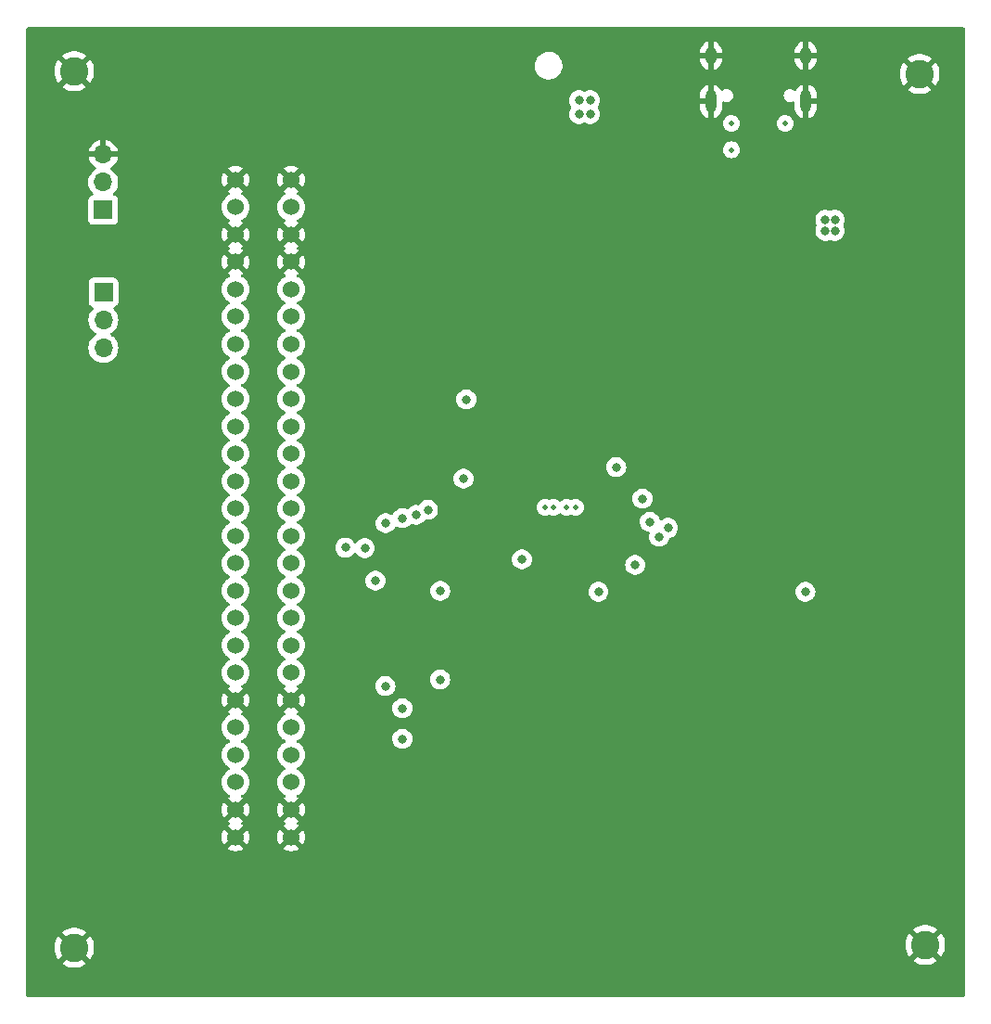
<source format=gbr>
%TF.GenerationSoftware,KiCad,Pcbnew,7.0.6-0*%
%TF.CreationDate,2024-06-08T16:42:38-07:00*%
%TF.ProjectId,pc64,70633634-2e6b-4696-9361-645f70636258,rev?*%
%TF.SameCoordinates,Original*%
%TF.FileFunction,Copper,L3,Inr*%
%TF.FilePolarity,Positive*%
%FSLAX46Y46*%
G04 Gerber Fmt 4.6, Leading zero omitted, Abs format (unit mm)*
G04 Created by KiCad (PCBNEW 7.0.6-0) date 2024-06-08 16:42:38*
%MOMM*%
%LPD*%
G01*
G04 APERTURE LIST*
%TA.AperFunction,ComponentPad*%
%ADD10O,1.000000X2.100000*%
%TD*%
%TA.AperFunction,ComponentPad*%
%ADD11O,1.000000X1.600000*%
%TD*%
%TA.AperFunction,ComponentPad*%
%ADD12C,2.600000*%
%TD*%
%TA.AperFunction,ComponentPad*%
%ADD13C,1.524000*%
%TD*%
%TA.AperFunction,ComponentPad*%
%ADD14O,1.700000X1.700000*%
%TD*%
%TA.AperFunction,ComponentPad*%
%ADD15R,1.700000X1.700000*%
%TD*%
%TA.AperFunction,ViaPad*%
%ADD16C,0.800000*%
%TD*%
%TA.AperFunction,ViaPad*%
%ADD17C,0.500000*%
%TD*%
G04 APERTURE END LIST*
D10*
%TO.N,GND*%
%TO.C,J1*%
X130050000Y-47597000D03*
D11*
X130050000Y-43417000D03*
D10*
X121410000Y-47597000D03*
D11*
X121410000Y-43417000D03*
%TD*%
D12*
%TO.N,GND*%
%TO.C,H1*%
X63246000Y-124841000D03*
%TD*%
%TO.N,GND*%
%TO.C,H2*%
X63246000Y-44831000D03*
%TD*%
%TO.N,GND*%
%TO.C,H4*%
X140970000Y-124587000D03*
%TD*%
D13*
%TO.N,GND*%
%TO.C,U2*%
X77978000Y-54756000D03*
%TO.N,/CART_RAUDIO*%
X77978000Y-57256000D03*
%TO.N,GND*%
X77978000Y-59756000D03*
X77978000Y-62256000D03*
%TO.N,/CART_VIDEO_SYNC*%
X77978000Y-64756000D03*
%TO.N,/CART_NMI*%
X77978000Y-67256000D03*
%TO.N,/CART_INT1*%
X77978000Y-69756000D03*
%TO.N,/CIC_CLK*%
X77978000Y-72256000D03*
%TO.N,3.3V*%
X77978000Y-74756000D03*
%TO.N,/AD7*%
X77978000Y-77256000D03*
%TO.N,/AD6*%
X77978000Y-79756000D03*
%TO.N,/CART_12V*%
X77978000Y-82256000D03*
X77978000Y-84756000D03*
%TO.N,/AD5*%
X77978000Y-87256000D03*
%TO.N,/AD4*%
X77978000Y-89756000D03*
%TO.N,/ALEH*%
X77978000Y-92256000D03*
%TO.N,3.3V*%
X77978000Y-94756000D03*
%TO.N,/ALEL*%
X77978000Y-97256000D03*
%TO.N,/AD3*%
X77978000Y-99756000D03*
%TO.N,GND*%
X77978000Y-102256000D03*
%TO.N,/AD2*%
X77978000Y-104756000D03*
%TO.N,/AD1*%
X77978000Y-107256000D03*
%TO.N,/AD0*%
X77978000Y-109756000D03*
%TO.N,GND*%
X77978000Y-112256000D03*
X77978000Y-114756000D03*
X83058000Y-54756000D03*
%TO.N,/CART_LAUDIO*%
X83058000Y-57256000D03*
%TO.N,GND*%
X83058000Y-59756000D03*
X83058000Y-62256000D03*
%TO.N,/N64_SI_DAT*%
X83058000Y-64756000D03*
%TO.N,/COLD_RESET*%
X83058000Y-67256000D03*
%TO.N,/N64_SI_CLK*%
X83058000Y-69756000D03*
%TO.N,/CIC_DIO*%
X83058000Y-72256000D03*
%TO.N,3.3V*%
X83058000Y-74756000D03*
%TO.N,/AD8*%
X83058000Y-77256000D03*
%TO.N,/AD9*%
X83058000Y-79756000D03*
%TO.N,/CART_12V*%
X83058000Y-82256000D03*
X83058000Y-84756000D03*
%TO.N,/AD10*%
X83058000Y-87256000D03*
%TO.N,/AD11*%
X83058000Y-89756000D03*
%TO.N,/READ*%
X83058000Y-92256000D03*
%TO.N,3.3V*%
X83058000Y-94756000D03*
%TO.N,/WRITE*%
X83058000Y-97256000D03*
%TO.N,/AD12*%
X83058000Y-99756000D03*
%TO.N,GND*%
X83058000Y-102256000D03*
%TO.N,/AD13*%
X83058000Y-104756000D03*
%TO.N,/AD14*%
X83058000Y-107256000D03*
%TO.N,/AD15*%
X83058000Y-109756000D03*
%TO.N,GND*%
X83058000Y-112256000D03*
X83058000Y-114756000D03*
%TD*%
D14*
%TO.N,/CART_INT1*%
%TO.C,CON2*%
X65913000Y-70104000D03*
%TO.N,/CART_NMI*%
X65913000Y-67564000D03*
D15*
%TO.N,/CART_VIDEO_SYNC*%
X65913000Y-65024000D03*
%TD*%
D12*
%TO.N,GND*%
%TO.C,H3*%
X140462000Y-45085000D03*
%TD*%
D14*
%TO.N,GND*%
%TO.C,CON3*%
X65898000Y-52436000D03*
%TO.N,/CART_RAUDIO*%
X65898000Y-54976000D03*
D15*
%TO.N,/CART_LAUDIO*%
X65898000Y-57516000D03*
%TD*%
D16*
%TO.N,GND*%
X108204000Y-57404000D03*
X108204000Y-58293000D03*
%TO.N,/CART_12V*%
X110363000Y-48768000D03*
X110363000Y-47498000D03*
X109347000Y-48768000D03*
X109347000Y-47498000D03*
%TO.N,GND*%
X109220000Y-58293000D03*
X109220000Y-57404000D03*
%TO.N,/N64_SI_DAT*%
X117475002Y-86537800D03*
%TO.N,/CIC_DIO*%
X115138200Y-83870800D03*
%TO.N,RUN_PULL*%
X111125000Y-92354400D03*
X130022600Y-92354400D03*
%TO.N,/AD0*%
X95554800Y-84869500D03*
%TO.N,/AD1*%
X93217986Y-105791000D03*
X94488000Y-85344000D03*
%TO.N,/AD2*%
X93218000Y-102997000D03*
X93218000Y-85646992D03*
%TO.N,/AD3*%
X91668600Y-100965000D03*
X91694000Y-86106006D03*
%TO.N,/AD8*%
X89788996Y-88371825D03*
%TO.N,/AD9*%
X88011000Y-88328000D03*
%TO.N,/AD14*%
X90754200Y-91338400D03*
%TO.N,/AD15*%
X104140000Y-89408000D03*
D17*
%TO.N,GND*%
X105664000Y-89662000D03*
D16*
X136906000Y-52832000D03*
D17*
X100076000Y-88265000D03*
D16*
X108906000Y-94113455D03*
X106226600Y-78734061D03*
X136906000Y-53848000D03*
X136017000Y-52832000D03*
X103765077Y-79800500D03*
X136017000Y-53848000D03*
X102670600Y-94482061D03*
X135890000Y-79375000D03*
X135890000Y-83185000D03*
X137795000Y-52832000D03*
X102906000Y-83929000D03*
X111052600Y-82290061D03*
X137795000Y-53848000D03*
X113224645Y-88298000D03*
X106426000Y-87249000D03*
%TO.N,/READ*%
X96672400Y-92278200D03*
X96672400Y-100380800D03*
%TO.N,/CIC_CLK*%
X114477800Y-89916000D03*
%TO.N,/COLD_RESET*%
X116668500Y-87342500D03*
D17*
%TO.N,3.3V*%
X107026000Y-84649000D03*
D16*
X132715000Y-58394598D03*
D17*
X109026000Y-84649000D03*
D16*
X99060000Y-74803000D03*
X131851400Y-58394600D03*
X132715000Y-59410600D03*
X131851400Y-59410600D03*
D17*
%TO.N,Net-(F1-Pad2)*%
X128180000Y-49617000D03*
X123280000Y-52017000D03*
X123280000Y-49617000D03*
D16*
%TO.N,QSPI_CSn_Pull*%
X98806000Y-82042000D03*
X112750600Y-80975200D03*
%TO.N,/N64_SI_CLK*%
X115824000Y-85978984D03*
D17*
%TO.N,Net-(U4-VREG_VOUT)*%
X106226000Y-84649000D03*
X108226000Y-84649000D03*
%TD*%
%TA.AperFunction,Conductor*%
%TO.N,GND*%
G36*
X144521621Y-40860502D02*
G01*
X144568114Y-40914158D01*
X144579500Y-40966500D01*
X144579500Y-129213500D01*
X144559498Y-129281621D01*
X144505842Y-129328114D01*
X144453500Y-129339500D01*
X59000500Y-129339500D01*
X58932379Y-129319498D01*
X58885886Y-129265842D01*
X58874500Y-129213500D01*
X58874500Y-124840999D01*
X61432930Y-124840999D01*
X61453180Y-125111227D01*
X61513480Y-125375413D01*
X61513481Y-125375416D01*
X61612480Y-125627664D01*
X61747968Y-125862335D01*
X61800092Y-125927696D01*
X61800093Y-125927696D01*
X62307858Y-125419931D01*
X62410894Y-125564624D01*
X62562932Y-125709592D01*
X62668665Y-125777542D01*
X62158455Y-126287752D01*
X62158455Y-126287753D01*
X62339469Y-126411167D01*
X62339470Y-126411168D01*
X62583602Y-126528735D01*
X62842547Y-126608611D01*
X62842555Y-126608612D01*
X63110513Y-126649000D01*
X63381487Y-126649000D01*
X63649444Y-126608612D01*
X63649452Y-126608611D01*
X63908397Y-126528735D01*
X64152529Y-126411168D01*
X64152530Y-126411167D01*
X64333544Y-126287753D01*
X63825574Y-125779783D01*
X63843410Y-125770589D01*
X64008540Y-125640729D01*
X64146110Y-125481965D01*
X64182736Y-125418526D01*
X64691906Y-125927697D01*
X64691907Y-125927696D01*
X64744025Y-125862343D01*
X64744031Y-125862335D01*
X64879519Y-125627664D01*
X64978518Y-125375416D01*
X64978519Y-125375413D01*
X65038819Y-125111227D01*
X65059069Y-124841000D01*
X65040035Y-124586999D01*
X139156930Y-124586999D01*
X139177180Y-124857227D01*
X139237480Y-125121413D01*
X139237481Y-125121416D01*
X139336480Y-125373664D01*
X139471968Y-125608335D01*
X139524092Y-125673696D01*
X139524093Y-125673696D01*
X140031858Y-125165931D01*
X140134894Y-125310624D01*
X140286932Y-125455592D01*
X140392665Y-125523542D01*
X139882455Y-126033752D01*
X139882455Y-126033753D01*
X140063469Y-126157167D01*
X140063470Y-126157168D01*
X140307602Y-126274735D01*
X140566547Y-126354611D01*
X140566555Y-126354612D01*
X140834513Y-126395000D01*
X141105487Y-126395000D01*
X141373444Y-126354612D01*
X141373452Y-126354611D01*
X141632397Y-126274735D01*
X141876529Y-126157168D01*
X141876530Y-126157167D01*
X142057544Y-126033753D01*
X141549574Y-125525783D01*
X141567410Y-125516589D01*
X141732540Y-125386729D01*
X141870110Y-125227965D01*
X141906735Y-125164526D01*
X142415906Y-125673697D01*
X142415907Y-125673696D01*
X142468025Y-125608343D01*
X142468031Y-125608335D01*
X142603519Y-125373664D01*
X142702518Y-125121416D01*
X142702519Y-125121413D01*
X142762819Y-124857227D01*
X142783069Y-124586999D01*
X142762819Y-124316772D01*
X142702519Y-124052586D01*
X142702518Y-124052583D01*
X142603519Y-123800335D01*
X142468031Y-123565664D01*
X142415906Y-123500302D01*
X142415905Y-123500302D01*
X141908140Y-124008066D01*
X141805106Y-123863376D01*
X141653068Y-123718408D01*
X141547333Y-123650456D01*
X142057543Y-123140246D01*
X142057543Y-123140244D01*
X141876537Y-123016836D01*
X141876529Y-123016831D01*
X141632397Y-122899264D01*
X141373452Y-122819388D01*
X141373444Y-122819387D01*
X141105487Y-122779000D01*
X140834513Y-122779000D01*
X140566555Y-122819387D01*
X140566547Y-122819388D01*
X140307602Y-122899264D01*
X140063470Y-123016831D01*
X140063462Y-123016836D01*
X139882455Y-123140244D01*
X139882455Y-123140246D01*
X140390425Y-123648216D01*
X140372590Y-123657411D01*
X140207460Y-123787271D01*
X140069890Y-123946035D01*
X140033264Y-124009473D01*
X139524093Y-123500302D01*
X139524091Y-123500302D01*
X139471968Y-123565664D01*
X139336480Y-123800335D01*
X139237481Y-124052583D01*
X139237480Y-124052586D01*
X139177180Y-124316772D01*
X139156930Y-124586999D01*
X65040035Y-124586999D01*
X65038819Y-124570772D01*
X64978519Y-124306586D01*
X64978518Y-124306583D01*
X64879519Y-124054335D01*
X64744031Y-123819664D01*
X64691906Y-123754302D01*
X64691905Y-123754302D01*
X64184140Y-124262066D01*
X64081106Y-124117376D01*
X63929068Y-123972408D01*
X63823333Y-123904456D01*
X64333543Y-123394246D01*
X64333543Y-123394244D01*
X64152537Y-123270836D01*
X64152529Y-123270831D01*
X63908397Y-123153264D01*
X63649452Y-123073388D01*
X63649444Y-123073387D01*
X63381487Y-123033000D01*
X63110513Y-123033000D01*
X62842555Y-123073387D01*
X62842547Y-123073388D01*
X62583602Y-123153264D01*
X62339470Y-123270831D01*
X62339462Y-123270836D01*
X62158455Y-123394244D01*
X62158455Y-123394246D01*
X62666425Y-123902216D01*
X62648590Y-123911411D01*
X62483460Y-124041271D01*
X62345890Y-124200035D01*
X62309264Y-124263473D01*
X61800093Y-123754302D01*
X61800091Y-123754302D01*
X61747968Y-123819664D01*
X61612480Y-124054335D01*
X61513481Y-124306583D01*
X61513480Y-124306586D01*
X61453180Y-124570772D01*
X61432930Y-124840999D01*
X58874500Y-124840999D01*
X58874500Y-109756000D01*
X76702647Y-109756000D01*
X76722022Y-109977463D01*
X76768273Y-110150074D01*
X76779559Y-110192193D01*
X76779561Y-110192199D01*
X76873511Y-110393675D01*
X76873512Y-110393677D01*
X77001016Y-110575772D01*
X77001020Y-110575777D01*
X77001023Y-110575781D01*
X77158219Y-110732977D01*
X77158223Y-110732980D01*
X77158227Y-110732983D01*
X77262124Y-110805732D01*
X77340323Y-110860488D01*
X77385393Y-110881504D01*
X77408074Y-110892081D01*
X77461359Y-110938999D01*
X77480820Y-111007276D01*
X77460278Y-111075236D01*
X77408075Y-111120470D01*
X77340577Y-111151945D01*
X77277394Y-111196185D01*
X77843345Y-111762136D01*
X77833408Y-111763565D01*
X77700530Y-111824248D01*
X77590131Y-111919910D01*
X77511155Y-112042799D01*
X77487194Y-112124402D01*
X76918185Y-111555394D01*
X76873946Y-111618575D01*
X76780033Y-111819972D01*
X76780031Y-111819976D01*
X76722517Y-112034625D01*
X76703149Y-112256000D01*
X76722517Y-112477374D01*
X76780031Y-112692023D01*
X76780033Y-112692027D01*
X76873946Y-112893425D01*
X76918184Y-112956603D01*
X76918185Y-112956603D01*
X77487193Y-112387595D01*
X77511155Y-112469201D01*
X77590131Y-112592090D01*
X77700530Y-112687752D01*
X77833408Y-112748435D01*
X77843345Y-112749863D01*
X77277395Y-113315813D01*
X77277395Y-113315814D01*
X77340575Y-113360053D01*
X77340574Y-113360053D01*
X77408666Y-113391805D01*
X77461951Y-113438723D01*
X77481412Y-113507000D01*
X77460870Y-113574960D01*
X77408667Y-113620194D01*
X77340577Y-113651945D01*
X77277394Y-113696184D01*
X77843346Y-114262136D01*
X77833408Y-114263565D01*
X77700530Y-114324248D01*
X77590131Y-114419910D01*
X77511155Y-114542799D01*
X77487193Y-114624403D01*
X76918184Y-114055394D01*
X76873946Y-114118575D01*
X76780033Y-114319972D01*
X76780031Y-114319976D01*
X76722517Y-114534625D01*
X76703149Y-114756000D01*
X76722517Y-114977374D01*
X76780031Y-115192023D01*
X76780033Y-115192027D01*
X76873946Y-115393425D01*
X76918184Y-115456603D01*
X76918186Y-115456603D01*
X77487193Y-114887596D01*
X77511155Y-114969201D01*
X77590131Y-115092090D01*
X77700530Y-115187752D01*
X77833408Y-115248435D01*
X77843345Y-115249863D01*
X77277395Y-115815813D01*
X77277395Y-115815814D01*
X77340575Y-115860053D01*
X77340574Y-115860053D01*
X77541972Y-115953966D01*
X77541976Y-115953968D01*
X77756625Y-116011482D01*
X77978000Y-116030850D01*
X78199374Y-116011482D01*
X78414023Y-115953968D01*
X78414027Y-115953966D01*
X78615425Y-115860053D01*
X78615426Y-115860052D01*
X78678603Y-115815814D01*
X78678603Y-115815812D01*
X78112654Y-115249863D01*
X78122592Y-115248435D01*
X78255470Y-115187752D01*
X78365869Y-115092090D01*
X78444845Y-114969201D01*
X78468806Y-114887595D01*
X79037813Y-115456603D01*
X79037814Y-115456603D01*
X79082052Y-115393426D01*
X79082053Y-115393425D01*
X79175966Y-115192027D01*
X79175968Y-115192023D01*
X79233482Y-114977374D01*
X79252850Y-114756000D01*
X79233482Y-114534625D01*
X79175968Y-114319976D01*
X79175966Y-114319972D01*
X79082051Y-114118571D01*
X79037815Y-114055395D01*
X79037812Y-114055395D01*
X78468805Y-114624402D01*
X78444845Y-114542799D01*
X78365869Y-114419910D01*
X78255470Y-114324248D01*
X78122592Y-114263565D01*
X78112653Y-114262136D01*
X78678603Y-113696186D01*
X78678603Y-113696184D01*
X78615425Y-113651946D01*
X78615420Y-113651943D01*
X78547332Y-113620193D01*
X78494047Y-113573276D01*
X78474587Y-113504998D01*
X78495129Y-113437039D01*
X78547335Y-113391803D01*
X78615426Y-113360052D01*
X78678603Y-113315814D01*
X78678603Y-113315812D01*
X78112654Y-112749863D01*
X78122592Y-112748435D01*
X78255470Y-112687752D01*
X78365869Y-112592090D01*
X78444845Y-112469201D01*
X78468805Y-112387596D01*
X79037812Y-112956603D01*
X79037814Y-112956603D01*
X79082052Y-112893426D01*
X79082053Y-112893425D01*
X79175966Y-112692027D01*
X79175968Y-112692023D01*
X79233482Y-112477374D01*
X79252850Y-112256000D01*
X79233482Y-112034625D01*
X79175968Y-111819976D01*
X79175966Y-111819972D01*
X79082051Y-111618571D01*
X79037815Y-111555395D01*
X79037813Y-111555395D01*
X78468805Y-112124402D01*
X78444845Y-112042799D01*
X78365869Y-111919910D01*
X78255470Y-111824248D01*
X78122592Y-111763565D01*
X78112653Y-111762136D01*
X78678603Y-111196185D01*
X78678603Y-111196184D01*
X78615425Y-111151946D01*
X78615420Y-111151943D01*
X78547924Y-111120469D01*
X78494639Y-111073552D01*
X78475179Y-111005274D01*
X78495721Y-110937315D01*
X78547923Y-110892081D01*
X78615677Y-110860488D01*
X78797781Y-110732977D01*
X78954977Y-110575781D01*
X79082488Y-110393677D01*
X79176440Y-110192196D01*
X79233978Y-109977463D01*
X79253353Y-109756000D01*
X81782647Y-109756000D01*
X81802022Y-109977463D01*
X81848273Y-110150074D01*
X81859559Y-110192193D01*
X81859561Y-110192199D01*
X81953511Y-110393675D01*
X81953512Y-110393677D01*
X82081016Y-110575772D01*
X82081020Y-110575777D01*
X82081023Y-110575781D01*
X82238219Y-110732977D01*
X82238223Y-110732980D01*
X82238227Y-110732983D01*
X82342124Y-110805732D01*
X82420323Y-110860488D01*
X82465393Y-110881504D01*
X82488074Y-110892081D01*
X82541359Y-110938999D01*
X82560820Y-111007276D01*
X82540278Y-111075236D01*
X82488075Y-111120470D01*
X82420577Y-111151945D01*
X82357394Y-111196185D01*
X82923345Y-111762136D01*
X82913408Y-111763565D01*
X82780530Y-111824248D01*
X82670131Y-111919910D01*
X82591155Y-112042799D01*
X82567194Y-112124402D01*
X81998185Y-111555394D01*
X81953946Y-111618575D01*
X81860033Y-111819972D01*
X81860031Y-111819976D01*
X81802517Y-112034625D01*
X81783149Y-112255999D01*
X81802517Y-112477374D01*
X81860031Y-112692023D01*
X81860033Y-112692027D01*
X81953946Y-112893425D01*
X81998184Y-112956603D01*
X81998185Y-112956603D01*
X82567193Y-112387595D01*
X82591155Y-112469201D01*
X82670131Y-112592090D01*
X82780530Y-112687752D01*
X82913408Y-112748435D01*
X82923345Y-112749863D01*
X82357395Y-113315813D01*
X82357395Y-113315814D01*
X82420575Y-113360053D01*
X82420574Y-113360053D01*
X82488666Y-113391805D01*
X82541951Y-113438723D01*
X82561412Y-113507000D01*
X82540870Y-113574960D01*
X82488667Y-113620194D01*
X82420577Y-113651945D01*
X82357394Y-113696185D01*
X82923345Y-114262136D01*
X82913408Y-114263565D01*
X82780530Y-114324248D01*
X82670131Y-114419910D01*
X82591155Y-114542799D01*
X82567194Y-114624402D01*
X81998185Y-114055394D01*
X81953946Y-114118575D01*
X81860033Y-114319972D01*
X81860031Y-114319976D01*
X81802517Y-114534625D01*
X81783149Y-114756000D01*
X81802517Y-114977374D01*
X81860031Y-115192023D01*
X81860033Y-115192027D01*
X81953946Y-115393425D01*
X81998184Y-115456603D01*
X81998185Y-115456603D01*
X82567193Y-114887595D01*
X82591155Y-114969201D01*
X82670131Y-115092090D01*
X82780530Y-115187752D01*
X82913408Y-115248435D01*
X82923345Y-115249863D01*
X82357395Y-115815813D01*
X82357395Y-115815814D01*
X82420575Y-115860053D01*
X82420574Y-115860053D01*
X82621972Y-115953966D01*
X82621976Y-115953968D01*
X82836625Y-116011482D01*
X83057999Y-116030850D01*
X83279374Y-116011482D01*
X83494023Y-115953968D01*
X83494027Y-115953966D01*
X83695425Y-115860053D01*
X83695426Y-115860052D01*
X83758603Y-115815814D01*
X83758603Y-115815812D01*
X83192654Y-115249863D01*
X83202592Y-115248435D01*
X83335470Y-115187752D01*
X83445869Y-115092090D01*
X83524845Y-114969201D01*
X83548805Y-114887596D01*
X84117813Y-115456603D01*
X84117814Y-115456603D01*
X84162052Y-115393426D01*
X84162053Y-115393425D01*
X84255966Y-115192027D01*
X84255968Y-115192023D01*
X84313482Y-114977374D01*
X84332850Y-114756000D01*
X84313482Y-114534625D01*
X84255968Y-114319976D01*
X84255966Y-114319972D01*
X84162051Y-114118571D01*
X84117815Y-114055395D01*
X84117812Y-114055395D01*
X83548805Y-114624401D01*
X83524845Y-114542799D01*
X83445869Y-114419910D01*
X83335470Y-114324248D01*
X83202592Y-114263565D01*
X83192653Y-114262136D01*
X83758603Y-113696185D01*
X83758603Y-113696184D01*
X83695425Y-113651946D01*
X83695420Y-113651943D01*
X83627332Y-113620193D01*
X83574047Y-113573276D01*
X83554587Y-113504998D01*
X83575129Y-113437039D01*
X83627335Y-113391803D01*
X83695426Y-113360052D01*
X83758603Y-113315814D01*
X83758603Y-113315812D01*
X83192654Y-112749863D01*
X83202592Y-112748435D01*
X83335470Y-112687752D01*
X83445869Y-112592090D01*
X83524845Y-112469201D01*
X83548805Y-112387596D01*
X84117812Y-112956603D01*
X84117814Y-112956603D01*
X84162052Y-112893426D01*
X84162053Y-112893425D01*
X84255966Y-112692027D01*
X84255968Y-112692023D01*
X84313482Y-112477374D01*
X84332850Y-112256000D01*
X84313482Y-112034625D01*
X84255968Y-111819976D01*
X84255966Y-111819972D01*
X84162051Y-111618571D01*
X84117815Y-111555395D01*
X84117813Y-111555395D01*
X83548805Y-112124402D01*
X83524845Y-112042799D01*
X83445869Y-111919910D01*
X83335470Y-111824248D01*
X83202592Y-111763565D01*
X83192653Y-111762136D01*
X83758603Y-111196185D01*
X83758603Y-111196184D01*
X83695425Y-111151946D01*
X83695420Y-111151943D01*
X83627924Y-111120469D01*
X83574639Y-111073552D01*
X83555179Y-111005274D01*
X83575721Y-110937315D01*
X83627923Y-110892081D01*
X83695677Y-110860488D01*
X83877781Y-110732977D01*
X84034977Y-110575781D01*
X84162488Y-110393677D01*
X84256440Y-110192196D01*
X84313978Y-109977463D01*
X84333353Y-109756000D01*
X84313978Y-109534537D01*
X84256440Y-109319804D01*
X84162488Y-109118324D01*
X84034977Y-108936219D01*
X83877781Y-108779023D01*
X83877777Y-108779020D01*
X83877772Y-108779016D01*
X83695677Y-108651512D01*
X83695675Y-108651511D01*
X83628517Y-108620195D01*
X83575232Y-108573278D01*
X83555771Y-108505001D01*
X83576313Y-108437041D01*
X83628517Y-108391805D01*
X83695677Y-108360488D01*
X83877781Y-108232977D01*
X84034977Y-108075781D01*
X84162488Y-107893677D01*
X84256440Y-107692196D01*
X84313978Y-107477463D01*
X84333353Y-107256000D01*
X84313978Y-107034537D01*
X84256440Y-106819804D01*
X84162488Y-106618324D01*
X84034977Y-106436219D01*
X83877781Y-106279023D01*
X83877777Y-106279020D01*
X83877772Y-106279016D01*
X83695677Y-106151512D01*
X83695675Y-106151511D01*
X83628517Y-106120195D01*
X83575232Y-106073278D01*
X83555771Y-106005001D01*
X83576313Y-105937041D01*
X83628517Y-105891805D01*
X83695677Y-105860488D01*
X83794917Y-105790999D01*
X92304482Y-105790999D01*
X92324443Y-105980927D01*
X92332590Y-106005999D01*
X92383459Y-106162556D01*
X92383462Y-106162561D01*
X92478944Y-106327941D01*
X92478951Y-106327951D01*
X92606730Y-106469864D01*
X92606733Y-106469866D01*
X92761234Y-106582118D01*
X92935698Y-106659794D01*
X93122499Y-106699500D01*
X93313473Y-106699500D01*
X93500274Y-106659794D01*
X93674738Y-106582118D01*
X93829239Y-106469866D01*
X93957026Y-106327944D01*
X94052513Y-106162556D01*
X94111528Y-105980928D01*
X94131490Y-105791000D01*
X94111528Y-105601072D01*
X94052513Y-105419444D01*
X93957026Y-105254056D01*
X93957024Y-105254054D01*
X93957020Y-105254048D01*
X93829241Y-105112135D01*
X93674738Y-104999882D01*
X93500274Y-104922206D01*
X93313473Y-104882500D01*
X93122499Y-104882500D01*
X92935697Y-104922206D01*
X92761233Y-104999882D01*
X92606730Y-105112135D01*
X92478951Y-105254048D01*
X92478944Y-105254058D01*
X92383462Y-105419438D01*
X92383459Y-105419445D01*
X92324443Y-105601072D01*
X92304482Y-105790999D01*
X83794917Y-105790999D01*
X83877781Y-105732977D01*
X84034977Y-105575781D01*
X84162488Y-105393677D01*
X84256440Y-105192196D01*
X84313978Y-104977463D01*
X84333353Y-104756000D01*
X84313978Y-104534537D01*
X84256440Y-104319804D01*
X84162488Y-104118324D01*
X84034977Y-103936219D01*
X83877781Y-103779023D01*
X83877777Y-103779020D01*
X83877772Y-103779016D01*
X83695677Y-103651512D01*
X83695675Y-103651511D01*
X83627925Y-103619919D01*
X83574640Y-103573002D01*
X83555179Y-103504725D01*
X83575721Y-103436765D01*
X83627925Y-103391529D01*
X83695425Y-103360053D01*
X83695426Y-103360052D01*
X83758603Y-103315814D01*
X83758603Y-103315812D01*
X83439791Y-102997000D01*
X92304496Y-102997000D01*
X92324457Y-103186927D01*
X92354526Y-103279470D01*
X92383473Y-103368556D01*
X92411841Y-103417691D01*
X92478958Y-103533941D01*
X92478965Y-103533951D01*
X92606744Y-103675864D01*
X92606747Y-103675866D01*
X92761248Y-103788118D01*
X92935712Y-103865794D01*
X93122513Y-103905500D01*
X93313487Y-103905500D01*
X93500288Y-103865794D01*
X93674752Y-103788118D01*
X93829253Y-103675866D01*
X93829255Y-103675864D01*
X93957034Y-103533951D01*
X93957035Y-103533949D01*
X93957040Y-103533944D01*
X94052527Y-103368556D01*
X94111542Y-103186928D01*
X94131504Y-102997000D01*
X94111542Y-102807072D01*
X94052527Y-102625444D01*
X93957040Y-102460056D01*
X93957038Y-102460054D01*
X93957034Y-102460048D01*
X93829255Y-102318135D01*
X93674752Y-102205882D01*
X93500288Y-102128206D01*
X93313487Y-102088500D01*
X93122513Y-102088500D01*
X92935711Y-102128206D01*
X92761247Y-102205882D01*
X92606744Y-102318135D01*
X92478965Y-102460048D01*
X92478958Y-102460058D01*
X92383476Y-102625438D01*
X92383473Y-102625445D01*
X92324457Y-102807072D01*
X92304496Y-102997000D01*
X83439791Y-102997000D01*
X83192654Y-102749863D01*
X83202592Y-102748435D01*
X83335470Y-102687752D01*
X83445869Y-102592090D01*
X83524845Y-102469201D01*
X83548805Y-102387596D01*
X84117813Y-102956603D01*
X84117814Y-102956603D01*
X84162052Y-102893426D01*
X84162053Y-102893425D01*
X84255966Y-102692027D01*
X84255968Y-102692023D01*
X84313482Y-102477374D01*
X84332850Y-102256000D01*
X84313482Y-102034625D01*
X84255968Y-101819976D01*
X84255966Y-101819972D01*
X84162051Y-101618571D01*
X84117815Y-101555395D01*
X84117812Y-101555395D01*
X83548805Y-102124401D01*
X83524845Y-102042799D01*
X83445869Y-101919910D01*
X83335470Y-101824248D01*
X83202592Y-101763565D01*
X83192653Y-101762136D01*
X83758603Y-101196185D01*
X83758603Y-101196184D01*
X83695425Y-101151946D01*
X83695420Y-101151943D01*
X83627924Y-101120469D01*
X83574639Y-101073552D01*
X83555179Y-101005274D01*
X83567353Y-100964999D01*
X90755096Y-100964999D01*
X90775057Y-101154927D01*
X90780578Y-101171917D01*
X90834073Y-101336556D01*
X90834076Y-101336561D01*
X90929558Y-101501941D01*
X90929565Y-101501951D01*
X91057344Y-101643864D01*
X91057347Y-101643866D01*
X91211848Y-101756118D01*
X91386312Y-101833794D01*
X91573113Y-101873500D01*
X91764087Y-101873500D01*
X91950888Y-101833794D01*
X92125352Y-101756118D01*
X92279853Y-101643866D01*
X92359513Y-101555395D01*
X92407634Y-101501951D01*
X92407635Y-101501949D01*
X92407640Y-101501944D01*
X92503127Y-101336556D01*
X92562142Y-101154928D01*
X92582104Y-100965000D01*
X92562142Y-100775072D01*
X92503127Y-100593444D01*
X92407640Y-100428056D01*
X92407638Y-100428054D01*
X92407634Y-100428048D01*
X92365092Y-100380800D01*
X95758896Y-100380800D01*
X95778857Y-100570727D01*
X95786239Y-100593445D01*
X95837873Y-100752356D01*
X95837876Y-100752361D01*
X95933358Y-100917741D01*
X95933365Y-100917751D01*
X96061144Y-101059664D01*
X96061147Y-101059666D01*
X96215648Y-101171918D01*
X96390112Y-101249594D01*
X96576913Y-101289300D01*
X96767887Y-101289300D01*
X96954688Y-101249594D01*
X97129152Y-101171918D01*
X97283653Y-101059666D01*
X97309146Y-101031353D01*
X97411434Y-100917751D01*
X97411435Y-100917749D01*
X97411440Y-100917744D01*
X97506927Y-100752356D01*
X97565942Y-100570728D01*
X97585904Y-100380800D01*
X97565942Y-100190872D01*
X97506927Y-100009244D01*
X97411440Y-99843856D01*
X97411438Y-99843854D01*
X97411434Y-99843848D01*
X97283655Y-99701935D01*
X97129152Y-99589682D01*
X96954688Y-99512006D01*
X96767887Y-99472300D01*
X96576913Y-99472300D01*
X96390111Y-99512006D01*
X96215647Y-99589682D01*
X96061144Y-99701935D01*
X95933365Y-99843848D01*
X95933358Y-99843858D01*
X95837876Y-100009238D01*
X95837873Y-100009245D01*
X95778857Y-100190872D01*
X95758896Y-100380800D01*
X92365092Y-100380800D01*
X92279855Y-100286135D01*
X92125352Y-100173882D01*
X91950888Y-100096206D01*
X91764087Y-100056500D01*
X91573113Y-100056500D01*
X91386311Y-100096206D01*
X91211847Y-100173882D01*
X91057344Y-100286135D01*
X90929565Y-100428048D01*
X90929558Y-100428058D01*
X90834076Y-100593438D01*
X90834073Y-100593445D01*
X90775057Y-100775072D01*
X90755096Y-100964999D01*
X83567353Y-100964999D01*
X83575721Y-100937315D01*
X83627923Y-100892081D01*
X83695677Y-100860488D01*
X83877781Y-100732977D01*
X84034977Y-100575781D01*
X84162488Y-100393677D01*
X84256440Y-100192196D01*
X84313978Y-99977463D01*
X84333353Y-99756000D01*
X84313978Y-99534537D01*
X84256440Y-99319804D01*
X84162488Y-99118324D01*
X84034977Y-98936219D01*
X83877781Y-98779023D01*
X83877777Y-98779020D01*
X83877772Y-98779016D01*
X83695677Y-98651512D01*
X83695675Y-98651511D01*
X83628517Y-98620195D01*
X83575232Y-98573278D01*
X83555771Y-98505001D01*
X83576313Y-98437041D01*
X83628517Y-98391805D01*
X83695677Y-98360488D01*
X83877781Y-98232977D01*
X84034977Y-98075781D01*
X84162488Y-97893677D01*
X84256440Y-97692196D01*
X84313978Y-97477463D01*
X84333353Y-97256000D01*
X84313978Y-97034537D01*
X84256440Y-96819804D01*
X84162488Y-96618324D01*
X84034977Y-96436219D01*
X83877781Y-96279023D01*
X83877777Y-96279020D01*
X83877772Y-96279016D01*
X83695677Y-96151512D01*
X83695675Y-96151511D01*
X83628517Y-96120195D01*
X83575232Y-96073278D01*
X83555771Y-96005001D01*
X83576313Y-95937041D01*
X83628517Y-95891805D01*
X83695677Y-95860488D01*
X83877781Y-95732977D01*
X84034977Y-95575781D01*
X84162488Y-95393677D01*
X84256440Y-95192196D01*
X84313978Y-94977463D01*
X84333353Y-94756000D01*
X84313978Y-94534537D01*
X84256440Y-94319804D01*
X84162488Y-94118324D01*
X84034977Y-93936219D01*
X83877781Y-93779023D01*
X83877777Y-93779020D01*
X83877772Y-93779016D01*
X83695677Y-93651512D01*
X83695669Y-93651508D01*
X83628516Y-93620193D01*
X83575231Y-93573276D01*
X83555771Y-93504998D01*
X83576313Y-93437039D01*
X83628515Y-93391805D01*
X83695677Y-93360488D01*
X83877781Y-93232977D01*
X84034977Y-93075781D01*
X84162488Y-92893677D01*
X84256440Y-92692196D01*
X84313978Y-92477463D01*
X84331411Y-92278200D01*
X95758896Y-92278200D01*
X95778857Y-92468127D01*
X95781890Y-92477460D01*
X95837873Y-92649756D01*
X95837876Y-92649761D01*
X95933358Y-92815141D01*
X95933365Y-92815151D01*
X96061144Y-92957064D01*
X96061147Y-92957066D01*
X96215648Y-93069318D01*
X96390112Y-93146994D01*
X96576913Y-93186700D01*
X96767887Y-93186700D01*
X96954688Y-93146994D01*
X97129152Y-93069318D01*
X97283653Y-92957066D01*
X97340729Y-92893677D01*
X97411434Y-92815151D01*
X97411435Y-92815149D01*
X97411440Y-92815144D01*
X97506927Y-92649756D01*
X97565942Y-92468128D01*
X97577895Y-92354399D01*
X110211496Y-92354399D01*
X110231457Y-92544327D01*
X110261526Y-92636870D01*
X110290473Y-92725956D01*
X110290476Y-92725961D01*
X110385958Y-92891341D01*
X110385965Y-92891351D01*
X110513744Y-93033264D01*
X110513747Y-93033266D01*
X110668248Y-93145518D01*
X110842712Y-93223194D01*
X111029513Y-93262900D01*
X111220487Y-93262900D01*
X111407288Y-93223194D01*
X111581752Y-93145518D01*
X111736253Y-93033266D01*
X111804866Y-92957064D01*
X111864034Y-92891351D01*
X111864035Y-92891349D01*
X111864040Y-92891344D01*
X111959527Y-92725956D01*
X112018542Y-92544328D01*
X112038504Y-92354400D01*
X112038504Y-92354399D01*
X129109096Y-92354399D01*
X129129057Y-92544327D01*
X129159126Y-92636870D01*
X129188073Y-92725956D01*
X129188076Y-92725961D01*
X129283558Y-92891341D01*
X129283565Y-92891351D01*
X129411344Y-93033264D01*
X129411347Y-93033266D01*
X129565848Y-93145518D01*
X129740312Y-93223194D01*
X129927113Y-93262900D01*
X130118087Y-93262900D01*
X130304888Y-93223194D01*
X130479352Y-93145518D01*
X130633853Y-93033266D01*
X130702466Y-92957064D01*
X130761634Y-92891351D01*
X130761635Y-92891349D01*
X130761640Y-92891344D01*
X130857127Y-92725956D01*
X130916142Y-92544328D01*
X130936104Y-92354400D01*
X130916142Y-92164472D01*
X130857127Y-91982844D01*
X130761640Y-91817456D01*
X130761638Y-91817454D01*
X130761634Y-91817448D01*
X130633855Y-91675535D01*
X130479352Y-91563282D01*
X130304888Y-91485606D01*
X130118087Y-91445900D01*
X129927113Y-91445900D01*
X129740311Y-91485606D01*
X129565847Y-91563282D01*
X129411344Y-91675535D01*
X129283565Y-91817448D01*
X129283558Y-91817458D01*
X129188076Y-91982838D01*
X129188073Y-91982845D01*
X129129057Y-92164472D01*
X129109096Y-92354399D01*
X112038504Y-92354399D01*
X112018542Y-92164472D01*
X111959527Y-91982844D01*
X111864040Y-91817456D01*
X111864038Y-91817454D01*
X111864034Y-91817448D01*
X111736255Y-91675535D01*
X111581752Y-91563282D01*
X111407288Y-91485606D01*
X111220487Y-91445900D01*
X111029513Y-91445900D01*
X110842711Y-91485606D01*
X110668247Y-91563282D01*
X110513744Y-91675535D01*
X110385965Y-91817448D01*
X110385958Y-91817458D01*
X110290476Y-91982838D01*
X110290473Y-91982845D01*
X110231457Y-92164472D01*
X110211496Y-92354399D01*
X97577895Y-92354399D01*
X97585904Y-92278200D01*
X97565942Y-92088272D01*
X97506927Y-91906644D01*
X97411440Y-91741256D01*
X97411438Y-91741254D01*
X97411434Y-91741248D01*
X97283655Y-91599335D01*
X97129152Y-91487082D01*
X96954688Y-91409406D01*
X96767887Y-91369700D01*
X96576913Y-91369700D01*
X96390111Y-91409406D01*
X96215647Y-91487082D01*
X96061144Y-91599335D01*
X95933365Y-91741248D01*
X95933358Y-91741258D01*
X95837876Y-91906638D01*
X95837873Y-91906645D01*
X95778857Y-92088272D01*
X95758896Y-92278200D01*
X84331411Y-92278200D01*
X84333353Y-92256000D01*
X84313978Y-92034537D01*
X84256440Y-91819804D01*
X84162488Y-91618324D01*
X84034977Y-91436219D01*
X83937158Y-91338400D01*
X89840696Y-91338400D01*
X89860657Y-91528327D01*
X89872015Y-91563282D01*
X89919673Y-91709956D01*
X89937744Y-91741256D01*
X90015158Y-91875341D01*
X90015165Y-91875351D01*
X90142944Y-92017264D01*
X90142947Y-92017266D01*
X90297448Y-92129518D01*
X90471912Y-92207194D01*
X90658713Y-92246900D01*
X90849687Y-92246900D01*
X91036488Y-92207194D01*
X91210952Y-92129518D01*
X91365453Y-92017266D01*
X91396452Y-91982838D01*
X91493234Y-91875351D01*
X91493235Y-91875349D01*
X91493240Y-91875344D01*
X91588727Y-91709956D01*
X91647742Y-91528328D01*
X91667704Y-91338400D01*
X91647742Y-91148472D01*
X91588727Y-90966844D01*
X91493240Y-90801456D01*
X91493238Y-90801454D01*
X91493234Y-90801448D01*
X91365455Y-90659535D01*
X91210952Y-90547282D01*
X91036488Y-90469606D01*
X90849687Y-90429900D01*
X90658713Y-90429900D01*
X90471911Y-90469606D01*
X90297447Y-90547282D01*
X90142944Y-90659535D01*
X90015165Y-90801448D01*
X90015158Y-90801458D01*
X89919676Y-90966838D01*
X89919673Y-90966845D01*
X89860657Y-91148472D01*
X89840696Y-91338400D01*
X83937158Y-91338400D01*
X83877781Y-91279023D01*
X83877777Y-91279020D01*
X83877772Y-91279016D01*
X83695677Y-91151512D01*
X83695675Y-91151511D01*
X83628517Y-91120195D01*
X83575232Y-91073278D01*
X83555771Y-91005001D01*
X83576313Y-90937041D01*
X83628517Y-90891805D01*
X83695677Y-90860488D01*
X83877781Y-90732977D01*
X84034977Y-90575781D01*
X84162488Y-90393677D01*
X84256440Y-90192196D01*
X84313978Y-89977463D01*
X84333353Y-89756000D01*
X84313978Y-89534537D01*
X84280072Y-89408000D01*
X103226496Y-89408000D01*
X103246457Y-89597927D01*
X103276526Y-89690470D01*
X103305473Y-89779556D01*
X103305476Y-89779561D01*
X103400958Y-89944941D01*
X103400965Y-89944951D01*
X103528744Y-90086864D01*
X103528747Y-90086866D01*
X103683248Y-90199118D01*
X103857712Y-90276794D01*
X104044513Y-90316500D01*
X104235487Y-90316500D01*
X104422288Y-90276794D01*
X104596752Y-90199118D01*
X104751253Y-90086866D01*
X104849760Y-89977463D01*
X104879034Y-89944951D01*
X104879035Y-89944949D01*
X104879040Y-89944944D01*
X104895751Y-89916000D01*
X113564296Y-89916000D01*
X113584257Y-90105927D01*
X113612287Y-90192193D01*
X113643273Y-90287556D01*
X113643276Y-90287561D01*
X113738758Y-90452941D01*
X113738765Y-90452951D01*
X113866544Y-90594864D01*
X113866547Y-90594866D01*
X114021048Y-90707118D01*
X114195512Y-90784794D01*
X114382313Y-90824500D01*
X114573287Y-90824500D01*
X114760088Y-90784794D01*
X114934552Y-90707118D01*
X115089053Y-90594866D01*
X115089055Y-90594864D01*
X115216834Y-90452951D01*
X115216835Y-90452949D01*
X115216840Y-90452944D01*
X115312327Y-90287556D01*
X115371342Y-90105928D01*
X115391304Y-89916000D01*
X115371342Y-89726072D01*
X115312327Y-89544444D01*
X115216840Y-89379056D01*
X115216838Y-89379054D01*
X115216834Y-89379048D01*
X115089055Y-89237135D01*
X114934552Y-89124882D01*
X114760088Y-89047206D01*
X114573287Y-89007500D01*
X114382313Y-89007500D01*
X114195511Y-89047206D01*
X114021047Y-89124882D01*
X113866544Y-89237135D01*
X113738765Y-89379048D01*
X113738758Y-89379058D01*
X113643276Y-89544438D01*
X113643273Y-89544445D01*
X113584257Y-89726072D01*
X113564296Y-89916000D01*
X104895751Y-89916000D01*
X104974527Y-89779556D01*
X105033542Y-89597928D01*
X105053504Y-89408000D01*
X105033542Y-89218072D01*
X104974527Y-89036444D01*
X104879040Y-88871056D01*
X104879038Y-88871054D01*
X104879034Y-88871048D01*
X104751255Y-88729135D01*
X104596752Y-88616882D01*
X104422288Y-88539206D01*
X104235487Y-88499500D01*
X104044513Y-88499500D01*
X103857711Y-88539206D01*
X103683247Y-88616882D01*
X103528744Y-88729135D01*
X103400965Y-88871048D01*
X103400958Y-88871058D01*
X103305476Y-89036438D01*
X103305473Y-89036444D01*
X103300844Y-89050691D01*
X103246457Y-89218072D01*
X103226496Y-89408000D01*
X84280072Y-89408000D01*
X84256440Y-89319804D01*
X84162488Y-89118324D01*
X84034977Y-88936219D01*
X83877781Y-88779023D01*
X83877777Y-88779020D01*
X83877772Y-88779016D01*
X83695677Y-88651512D01*
X83695675Y-88651511D01*
X83628517Y-88620195D01*
X83575232Y-88573278D01*
X83555771Y-88505001D01*
X83576313Y-88437041D01*
X83628517Y-88391805D01*
X83695677Y-88360488D01*
X83742076Y-88327999D01*
X87097496Y-88327999D01*
X87117457Y-88517927D01*
X87135442Y-88573278D01*
X87176473Y-88699556D01*
X87201774Y-88743379D01*
X87271958Y-88864941D01*
X87271965Y-88864951D01*
X87399744Y-89006864D01*
X87440449Y-89036438D01*
X87554248Y-89119118D01*
X87728712Y-89196794D01*
X87915513Y-89236500D01*
X88106487Y-89236500D01*
X88293288Y-89196794D01*
X88467752Y-89119118D01*
X88622253Y-89006866D01*
X88685864Y-88936219D01*
X88750034Y-88864951D01*
X88750034Y-88864950D01*
X88750040Y-88864944D01*
X88778229Y-88816118D01*
X88829608Y-88767128D01*
X88899322Y-88753691D01*
X88965233Y-88780077D01*
X88996464Y-88816119D01*
X89049956Y-88908769D01*
X89049958Y-88908772D01*
X89049961Y-88908776D01*
X89177740Y-89050689D01*
X89177743Y-89050691D01*
X89332244Y-89162943D01*
X89506708Y-89240619D01*
X89693509Y-89280325D01*
X89884483Y-89280325D01*
X90071284Y-89240619D01*
X90245748Y-89162943D01*
X90400249Y-89050691D01*
X90413077Y-89036444D01*
X90528030Y-88908776D01*
X90528031Y-88908774D01*
X90528036Y-88908769D01*
X90623523Y-88743381D01*
X90682538Y-88561753D01*
X90702500Y-88371825D01*
X90682538Y-88181897D01*
X90623523Y-88000269D01*
X90528036Y-87834881D01*
X90528034Y-87834879D01*
X90528030Y-87834873D01*
X90400251Y-87692960D01*
X90245748Y-87580707D01*
X90071284Y-87503031D01*
X89884483Y-87463325D01*
X89693509Y-87463325D01*
X89506707Y-87503031D01*
X89332243Y-87580707D01*
X89177740Y-87692960D01*
X89049961Y-87834873D01*
X89049956Y-87834880D01*
X89021768Y-87883704D01*
X88970384Y-87932697D01*
X88900671Y-87946132D01*
X88834760Y-87919745D01*
X88803530Y-87883703D01*
X88750041Y-87791058D01*
X88750034Y-87791048D01*
X88622255Y-87649135D01*
X88467752Y-87536882D01*
X88293288Y-87459206D01*
X88106487Y-87419500D01*
X87915513Y-87419500D01*
X87728711Y-87459206D01*
X87554247Y-87536882D01*
X87399744Y-87649135D01*
X87271965Y-87791048D01*
X87271958Y-87791058D01*
X87176476Y-87956438D01*
X87176473Y-87956445D01*
X87117457Y-88138072D01*
X87097496Y-88327999D01*
X83742076Y-88327999D01*
X83877781Y-88232977D01*
X84034977Y-88075781D01*
X84162488Y-87893677D01*
X84256440Y-87692196D01*
X84313978Y-87477463D01*
X84333353Y-87256000D01*
X84313978Y-87034537D01*
X84256440Y-86819804D01*
X84162488Y-86618324D01*
X84034977Y-86436219D01*
X83877781Y-86279023D01*
X83877777Y-86279020D01*
X83877772Y-86279016D01*
X83695677Y-86151512D01*
X83695675Y-86151511D01*
X83628517Y-86120195D01*
X83612401Y-86106005D01*
X90780496Y-86106005D01*
X90800457Y-86295933D01*
X90818202Y-86350545D01*
X90859473Y-86477562D01*
X90859474Y-86477563D01*
X90859476Y-86477567D01*
X90954958Y-86642947D01*
X90954965Y-86642957D01*
X91082744Y-86784870D01*
X91082747Y-86784872D01*
X91237248Y-86897124D01*
X91411712Y-86974800D01*
X91598513Y-87014506D01*
X91789487Y-87014506D01*
X91976288Y-86974800D01*
X92150752Y-86897124D01*
X92305253Y-86784872D01*
X92433040Y-86642950D01*
X92528527Y-86477562D01*
X92529749Y-86473800D01*
X92531047Y-86471901D01*
X92531214Y-86471527D01*
X92531282Y-86471557D01*
X92569816Y-86415192D01*
X92635210Y-86387549D01*
X92705168Y-86399648D01*
X92723642Y-86410787D01*
X92761248Y-86438110D01*
X92935712Y-86515786D01*
X93122513Y-86555492D01*
X93313487Y-86555492D01*
X93500288Y-86515786D01*
X93674752Y-86438110D01*
X93829253Y-86325858D01*
X93948399Y-86193532D01*
X94008843Y-86156294D01*
X94079827Y-86157645D01*
X94093273Y-86162733D01*
X94205712Y-86212794D01*
X94392513Y-86252500D01*
X94583487Y-86252500D01*
X94770288Y-86212794D01*
X94944752Y-86135118D01*
X95099253Y-86022866D01*
X95138765Y-85978983D01*
X114910496Y-85978983D01*
X114930457Y-86168911D01*
X114938458Y-86193534D01*
X114989473Y-86350540D01*
X114989476Y-86350545D01*
X115084958Y-86515925D01*
X115084965Y-86515935D01*
X115212744Y-86657848D01*
X115212747Y-86657850D01*
X115367248Y-86770102D01*
X115541712Y-86847778D01*
X115715646Y-86884749D01*
X115778119Y-86918478D01*
X115812441Y-86980627D01*
X115809282Y-87046932D01*
X115774957Y-87152571D01*
X115754996Y-87342500D01*
X115774957Y-87532427D01*
X115776405Y-87536882D01*
X115833973Y-87714056D01*
X115833976Y-87714061D01*
X115929458Y-87879441D01*
X115929465Y-87879451D01*
X116057244Y-88021364D01*
X116057247Y-88021366D01*
X116211748Y-88133618D01*
X116386212Y-88211294D01*
X116573013Y-88251000D01*
X116763987Y-88251000D01*
X116950788Y-88211294D01*
X117125252Y-88133618D01*
X117279753Y-88021366D01*
X117338209Y-87956444D01*
X117407534Y-87879451D01*
X117407535Y-87879449D01*
X117407540Y-87879444D01*
X117503027Y-87714056D01*
X117562042Y-87532428D01*
X117562042Y-87532426D01*
X117562043Y-87532424D01*
X117563416Y-87525967D01*
X117565952Y-87526506D01*
X117588526Y-87471587D01*
X117646733Y-87430938D01*
X117660641Y-87427137D01*
X117757290Y-87406594D01*
X117931754Y-87328918D01*
X118086255Y-87216666D01*
X118086257Y-87216664D01*
X118214036Y-87074751D01*
X118214037Y-87074749D01*
X118214042Y-87074744D01*
X118309529Y-86909356D01*
X118368544Y-86727728D01*
X118388506Y-86537800D01*
X118368544Y-86347872D01*
X118309529Y-86166244D01*
X118214042Y-86000856D01*
X118214040Y-86000854D01*
X118214036Y-86000848D01*
X118086257Y-85858935D01*
X117931754Y-85746682D01*
X117757290Y-85669006D01*
X117570489Y-85629300D01*
X117379515Y-85629300D01*
X117192713Y-85669006D01*
X117018248Y-85746683D01*
X117018245Y-85746684D01*
X116904135Y-85829590D01*
X116837268Y-85853449D01*
X116768116Y-85837368D01*
X116718636Y-85786454D01*
X116710242Y-85766590D01*
X116703773Y-85746682D01*
X116658527Y-85607428D01*
X116563040Y-85442040D01*
X116563038Y-85442038D01*
X116563034Y-85442032D01*
X116435255Y-85300119D01*
X116280752Y-85187866D01*
X116106288Y-85110190D01*
X115919487Y-85070484D01*
X115728513Y-85070484D01*
X115541711Y-85110190D01*
X115367247Y-85187866D01*
X115212744Y-85300119D01*
X115084965Y-85442032D01*
X115084958Y-85442042D01*
X114989476Y-85607422D01*
X114989473Y-85607429D01*
X114930457Y-85789056D01*
X114910496Y-85978983D01*
X95138765Y-85978983D01*
X95227040Y-85880944D01*
X95227040Y-85880942D01*
X95227042Y-85880942D01*
X95259594Y-85824558D01*
X95310975Y-85775564D01*
X95380689Y-85762126D01*
X95394895Y-85764307D01*
X95459313Y-85778000D01*
X95459315Y-85778000D01*
X95650287Y-85778000D01*
X95837088Y-85738294D01*
X96011552Y-85660618D01*
X96166053Y-85548366D01*
X96253949Y-85450748D01*
X96293834Y-85406451D01*
X96293835Y-85406449D01*
X96293840Y-85406444D01*
X96389327Y-85241056D01*
X96448342Y-85059428D01*
X96468304Y-84869500D01*
X96448342Y-84679572D01*
X96438408Y-84649000D01*
X105462701Y-84649000D01*
X105481837Y-84818848D01*
X105538290Y-84980182D01*
X105629231Y-85124912D01*
X105750087Y-85245768D01*
X105750089Y-85245769D01*
X105750091Y-85245771D01*
X105894817Y-85336709D01*
X106056150Y-85393162D01*
X106056149Y-85393162D01*
X106073348Y-85395099D01*
X106226000Y-85412299D01*
X106395850Y-85393162D01*
X106557183Y-85336709D01*
X106558962Y-85335590D01*
X106560275Y-85335219D01*
X106563560Y-85333638D01*
X106563837Y-85334213D01*
X106627283Y-85316284D01*
X106688188Y-85334165D01*
X106688442Y-85333639D01*
X106691641Y-85335179D01*
X106693034Y-85335588D01*
X106694817Y-85336709D01*
X106856150Y-85393162D01*
X106856149Y-85393162D01*
X106873348Y-85395099D01*
X107026000Y-85412299D01*
X107195850Y-85393162D01*
X107357183Y-85336709D01*
X107501909Y-85245771D01*
X107536905Y-85210774D01*
X107599215Y-85176750D01*
X107670031Y-85181814D01*
X107715094Y-85210774D01*
X107750091Y-85245771D01*
X107894817Y-85336709D01*
X108056150Y-85393162D01*
X108056149Y-85393162D01*
X108073348Y-85395099D01*
X108226000Y-85412299D01*
X108395850Y-85393162D01*
X108557183Y-85336709D01*
X108558962Y-85335590D01*
X108560275Y-85335219D01*
X108563560Y-85333638D01*
X108563837Y-85334213D01*
X108627283Y-85316284D01*
X108688188Y-85334165D01*
X108688442Y-85333639D01*
X108691641Y-85335179D01*
X108693034Y-85335588D01*
X108694817Y-85336709D01*
X108856150Y-85393162D01*
X108856149Y-85393162D01*
X108875286Y-85395318D01*
X109026000Y-85412299D01*
X109195850Y-85393162D01*
X109357183Y-85336709D01*
X109501909Y-85245771D01*
X109622771Y-85124909D01*
X109713709Y-84980183D01*
X109770162Y-84818850D01*
X109789299Y-84649000D01*
X109770162Y-84479150D01*
X109713709Y-84317817D01*
X109622771Y-84173091D01*
X109622769Y-84173089D01*
X109622768Y-84173087D01*
X109501912Y-84052231D01*
X109357182Y-83961290D01*
X109257270Y-83926330D01*
X109195850Y-83904838D01*
X109195848Y-83904837D01*
X109195850Y-83904837D01*
X109026000Y-83885701D01*
X108856151Y-83904837D01*
X108694817Y-83961290D01*
X108694811Y-83961293D01*
X108693025Y-83962416D01*
X108691708Y-83962787D01*
X108688442Y-83964361D01*
X108688166Y-83963788D01*
X108624702Y-83981715D01*
X108563810Y-83963835D01*
X108563558Y-83964361D01*
X108560369Y-83962825D01*
X108558975Y-83962416D01*
X108557188Y-83961293D01*
X108557182Y-83961290D01*
X108457270Y-83926330D01*
X108395850Y-83904838D01*
X108395848Y-83904837D01*
X108395850Y-83904837D01*
X108243198Y-83887638D01*
X108226000Y-83885701D01*
X108225999Y-83885701D01*
X108056151Y-83904837D01*
X107894817Y-83961290D01*
X107750087Y-84052231D01*
X107750086Y-84052232D01*
X107715095Y-84087224D01*
X107652783Y-84121250D01*
X107581968Y-84116185D01*
X107536905Y-84087224D01*
X107501912Y-84052231D01*
X107357182Y-83961290D01*
X107257270Y-83926330D01*
X107195850Y-83904838D01*
X107195848Y-83904837D01*
X107195850Y-83904837D01*
X107043198Y-83887638D01*
X107026000Y-83885701D01*
X107025999Y-83885701D01*
X106856151Y-83904837D01*
X106694817Y-83961290D01*
X106694811Y-83961293D01*
X106693025Y-83962416D01*
X106691708Y-83962787D01*
X106688442Y-83964361D01*
X106688166Y-83963788D01*
X106624702Y-83981715D01*
X106563810Y-83963835D01*
X106563558Y-83964361D01*
X106560369Y-83962825D01*
X106558975Y-83962416D01*
X106557188Y-83961293D01*
X106557182Y-83961290D01*
X106457270Y-83926330D01*
X106395850Y-83904838D01*
X106395848Y-83904837D01*
X106395850Y-83904837D01*
X106226000Y-83885701D01*
X106056151Y-83904837D01*
X105894817Y-83961290D01*
X105750087Y-84052231D01*
X105629231Y-84173087D01*
X105538290Y-84317817D01*
X105481837Y-84479151D01*
X105462701Y-84649000D01*
X96438408Y-84649000D01*
X96389327Y-84497944D01*
X96293840Y-84332556D01*
X96293838Y-84332554D01*
X96293834Y-84332548D01*
X96166055Y-84190635D01*
X96011552Y-84078382D01*
X95837088Y-84000706D01*
X95650287Y-83961000D01*
X95459313Y-83961000D01*
X95272511Y-84000706D01*
X95098047Y-84078382D01*
X94943544Y-84190635D01*
X94815765Y-84332548D01*
X94815756Y-84332561D01*
X94783202Y-84388944D01*
X94731819Y-84437936D01*
X94662105Y-84451370D01*
X94647889Y-84449188D01*
X94583489Y-84435500D01*
X94583487Y-84435500D01*
X94392513Y-84435500D01*
X94205711Y-84475206D01*
X94031247Y-84552882D01*
X93876746Y-84665134D01*
X93757601Y-84797458D01*
X93697155Y-84834697D01*
X93626171Y-84833345D01*
X93612716Y-84828254D01*
X93500288Y-84778198D01*
X93313487Y-84738492D01*
X93122513Y-84738492D01*
X92935711Y-84778198D01*
X92761247Y-84855874D01*
X92606744Y-84968127D01*
X92478965Y-85110040D01*
X92478958Y-85110050D01*
X92383476Y-85275430D01*
X92383470Y-85275442D01*
X92382244Y-85279217D01*
X92380943Y-85281117D01*
X92380789Y-85281466D01*
X92380725Y-85281437D01*
X92342166Y-85337819D01*
X92276767Y-85365451D01*
X92206811Y-85353339D01*
X92188353Y-85342207D01*
X92182313Y-85337819D01*
X92150752Y-85314888D01*
X91976288Y-85237212D01*
X91789487Y-85197506D01*
X91598513Y-85197506D01*
X91411711Y-85237212D01*
X91237247Y-85314888D01*
X91082744Y-85427141D01*
X90954965Y-85569054D01*
X90954958Y-85569064D01*
X90897257Y-85669006D01*
X90859473Y-85734450D01*
X90849771Y-85764310D01*
X90800457Y-85916078D01*
X90780496Y-86106005D01*
X83612401Y-86106005D01*
X83575232Y-86073278D01*
X83555771Y-86005001D01*
X83576313Y-85937041D01*
X83628517Y-85891805D01*
X83695677Y-85860488D01*
X83877781Y-85732977D01*
X84034977Y-85575781D01*
X84162488Y-85393677D01*
X84256440Y-85192196D01*
X84313978Y-84977463D01*
X84333353Y-84756000D01*
X84313978Y-84534537D01*
X84256440Y-84319804D01*
X84162488Y-84118324D01*
X84034977Y-83936219D01*
X83969557Y-83870799D01*
X114224696Y-83870799D01*
X114244657Y-84060727D01*
X114250394Y-84078382D01*
X114303673Y-84242356D01*
X114303676Y-84242361D01*
X114399158Y-84407741D01*
X114399165Y-84407751D01*
X114526944Y-84549664D01*
X114526947Y-84549666D01*
X114681448Y-84661918D01*
X114855912Y-84739594D01*
X115042713Y-84779300D01*
X115233687Y-84779300D01*
X115420488Y-84739594D01*
X115594952Y-84661918D01*
X115749453Y-84549666D01*
X115749455Y-84549664D01*
X115877234Y-84407751D01*
X115877235Y-84407749D01*
X115877240Y-84407744D01*
X115972727Y-84242356D01*
X116031742Y-84060728D01*
X116051704Y-83870800D01*
X116031742Y-83680872D01*
X115972727Y-83499244D01*
X115877240Y-83333856D01*
X115877238Y-83333854D01*
X115877234Y-83333848D01*
X115749455Y-83191935D01*
X115594952Y-83079682D01*
X115420488Y-83002006D01*
X115233687Y-82962300D01*
X115042713Y-82962300D01*
X114855911Y-83002006D01*
X114681447Y-83079682D01*
X114526944Y-83191935D01*
X114399165Y-83333848D01*
X114399158Y-83333858D01*
X114303676Y-83499238D01*
X114303673Y-83499244D01*
X114301478Y-83506000D01*
X114244657Y-83680872D01*
X114224696Y-83870799D01*
X83969557Y-83870799D01*
X83877781Y-83779023D01*
X83877777Y-83779020D01*
X83877772Y-83779016D01*
X83695677Y-83651512D01*
X83695675Y-83651511D01*
X83628517Y-83620195D01*
X83575232Y-83573278D01*
X83555771Y-83505001D01*
X83576313Y-83437041D01*
X83628517Y-83391805D01*
X83695677Y-83360488D01*
X83877781Y-83232977D01*
X84034977Y-83075781D01*
X84162488Y-82893677D01*
X84256440Y-82692196D01*
X84313978Y-82477463D01*
X84333353Y-82256000D01*
X84314631Y-82042000D01*
X97892496Y-82042000D01*
X97912457Y-82231927D01*
X97942526Y-82324470D01*
X97971473Y-82413556D01*
X97971476Y-82413561D01*
X98066958Y-82578941D01*
X98066965Y-82578951D01*
X98194744Y-82720864D01*
X98194747Y-82720866D01*
X98349248Y-82833118D01*
X98523712Y-82910794D01*
X98710513Y-82950500D01*
X98901487Y-82950500D01*
X99088288Y-82910794D01*
X99262752Y-82833118D01*
X99417253Y-82720866D01*
X99545040Y-82578944D01*
X99640527Y-82413556D01*
X99699542Y-82231928D01*
X99719504Y-82042000D01*
X99699542Y-81852072D01*
X99640527Y-81670444D01*
X99545040Y-81505056D01*
X99545038Y-81505054D01*
X99545034Y-81505048D01*
X99417255Y-81363135D01*
X99262752Y-81250882D01*
X99088288Y-81173206D01*
X98901487Y-81133500D01*
X98710513Y-81133500D01*
X98523711Y-81173206D01*
X98349247Y-81250882D01*
X98194744Y-81363135D01*
X98066965Y-81505048D01*
X98066958Y-81505058D01*
X97971476Y-81670438D01*
X97971473Y-81670445D01*
X97912457Y-81852072D01*
X97892496Y-82042000D01*
X84314631Y-82042000D01*
X84313978Y-82034537D01*
X84256440Y-81819804D01*
X84162488Y-81618324D01*
X84034977Y-81436219D01*
X83877781Y-81279023D01*
X83877777Y-81279020D01*
X83877772Y-81279016D01*
X83695677Y-81151512D01*
X83695675Y-81151511D01*
X83628517Y-81120195D01*
X83575232Y-81073278D01*
X83555771Y-81005001D01*
X83564779Y-80975200D01*
X111837096Y-80975200D01*
X111857057Y-81165127D01*
X111884921Y-81250882D01*
X111916073Y-81346756D01*
X111944441Y-81395891D01*
X112011558Y-81512141D01*
X112011565Y-81512151D01*
X112139344Y-81654064D01*
X112139347Y-81654066D01*
X112293848Y-81766318D01*
X112468312Y-81843994D01*
X112655113Y-81883700D01*
X112846087Y-81883700D01*
X113032888Y-81843994D01*
X113207352Y-81766318D01*
X113361853Y-81654066D01*
X113489640Y-81512144D01*
X113585127Y-81346756D01*
X113644142Y-81165128D01*
X113664104Y-80975200D01*
X113644142Y-80785272D01*
X113585127Y-80603644D01*
X113489640Y-80438256D01*
X113489638Y-80438254D01*
X113489634Y-80438248D01*
X113361855Y-80296335D01*
X113207352Y-80184082D01*
X113032888Y-80106406D01*
X112846087Y-80066700D01*
X112655113Y-80066700D01*
X112468311Y-80106406D01*
X112293847Y-80184082D01*
X112139344Y-80296335D01*
X112011565Y-80438248D01*
X112011558Y-80438258D01*
X111916076Y-80603638D01*
X111916073Y-80603645D01*
X111857057Y-80785272D01*
X111837096Y-80975200D01*
X83564779Y-80975200D01*
X83576313Y-80937041D01*
X83628517Y-80891805D01*
X83695677Y-80860488D01*
X83877781Y-80732977D01*
X84034977Y-80575781D01*
X84162488Y-80393677D01*
X84256440Y-80192196D01*
X84313978Y-79977463D01*
X84333353Y-79756000D01*
X84313978Y-79534537D01*
X84256440Y-79319804D01*
X84162488Y-79118324D01*
X84034977Y-78936219D01*
X83877781Y-78779023D01*
X83877777Y-78779020D01*
X83877772Y-78779016D01*
X83695677Y-78651512D01*
X83695675Y-78651511D01*
X83628517Y-78620195D01*
X83575232Y-78573278D01*
X83555771Y-78505001D01*
X83576313Y-78437041D01*
X83628517Y-78391805D01*
X83695677Y-78360488D01*
X83877781Y-78232977D01*
X84034977Y-78075781D01*
X84162488Y-77893677D01*
X84256440Y-77692196D01*
X84313978Y-77477463D01*
X84333353Y-77256000D01*
X84313978Y-77034537D01*
X84256440Y-76819804D01*
X84162488Y-76618324D01*
X84034977Y-76436219D01*
X83877781Y-76279023D01*
X83877777Y-76279020D01*
X83877772Y-76279016D01*
X83695677Y-76151512D01*
X83695675Y-76151511D01*
X83628517Y-76120195D01*
X83575232Y-76073278D01*
X83555771Y-76005001D01*
X83576313Y-75937041D01*
X83628517Y-75891805D01*
X83695677Y-75860488D01*
X83877781Y-75732977D01*
X84034977Y-75575781D01*
X84162488Y-75393677D01*
X84256440Y-75192196D01*
X84313978Y-74977463D01*
X84329241Y-74803000D01*
X98146496Y-74803000D01*
X98166457Y-74992927D01*
X98196526Y-75085470D01*
X98225473Y-75174556D01*
X98235659Y-75192199D01*
X98320958Y-75339941D01*
X98320965Y-75339951D01*
X98448744Y-75481864D01*
X98448747Y-75481866D01*
X98603248Y-75594118D01*
X98777712Y-75671794D01*
X98964513Y-75711500D01*
X99155487Y-75711500D01*
X99342288Y-75671794D01*
X99516752Y-75594118D01*
X99671253Y-75481866D01*
X99750659Y-75393677D01*
X99799034Y-75339951D01*
X99799035Y-75339949D01*
X99799040Y-75339944D01*
X99894527Y-75174556D01*
X99953542Y-74992928D01*
X99973504Y-74803000D01*
X99953542Y-74613072D01*
X99894527Y-74431444D01*
X99799040Y-74266056D01*
X99799038Y-74266054D01*
X99799034Y-74266048D01*
X99671255Y-74124135D01*
X99516752Y-74011882D01*
X99342288Y-73934206D01*
X99155487Y-73894500D01*
X98964513Y-73894500D01*
X98777711Y-73934206D01*
X98603247Y-74011882D01*
X98448744Y-74124135D01*
X98320965Y-74266048D01*
X98320958Y-74266058D01*
X98225476Y-74431438D01*
X98225473Y-74431445D01*
X98166457Y-74613072D01*
X98146496Y-74803000D01*
X84329241Y-74803000D01*
X84333353Y-74756000D01*
X84313978Y-74534537D01*
X84256440Y-74319804D01*
X84162488Y-74118324D01*
X84034977Y-73936219D01*
X83877781Y-73779023D01*
X83877777Y-73779020D01*
X83877772Y-73779016D01*
X83695677Y-73651512D01*
X83695669Y-73651508D01*
X83628516Y-73620193D01*
X83575231Y-73573276D01*
X83555771Y-73504998D01*
X83576313Y-73437039D01*
X83628515Y-73391805D01*
X83695677Y-73360488D01*
X83877781Y-73232977D01*
X84034977Y-73075781D01*
X84162488Y-72893677D01*
X84256440Y-72692196D01*
X84313978Y-72477463D01*
X84333353Y-72256000D01*
X84313978Y-72034537D01*
X84256440Y-71819804D01*
X84162488Y-71618324D01*
X84034977Y-71436219D01*
X83877781Y-71279023D01*
X83877777Y-71279020D01*
X83877772Y-71279016D01*
X83695677Y-71151512D01*
X83695675Y-71151511D01*
X83628517Y-71120195D01*
X83575232Y-71073278D01*
X83555771Y-71005001D01*
X83576313Y-70937041D01*
X83628517Y-70891805D01*
X83695677Y-70860488D01*
X83877781Y-70732977D01*
X84034977Y-70575781D01*
X84162488Y-70393677D01*
X84256440Y-70192196D01*
X84313978Y-69977463D01*
X84333353Y-69756000D01*
X84313978Y-69534537D01*
X84256440Y-69319804D01*
X84162488Y-69118324D01*
X84034977Y-68936219D01*
X83877781Y-68779023D01*
X83877777Y-68779020D01*
X83877772Y-68779016D01*
X83695677Y-68651512D01*
X83695675Y-68651511D01*
X83628517Y-68620195D01*
X83575232Y-68573278D01*
X83555771Y-68505001D01*
X83576313Y-68437041D01*
X83628517Y-68391805D01*
X83695677Y-68360488D01*
X83877781Y-68232977D01*
X84034977Y-68075781D01*
X84162488Y-67893677D01*
X84256440Y-67692196D01*
X84313978Y-67477463D01*
X84333353Y-67256000D01*
X84313978Y-67034537D01*
X84256440Y-66819804D01*
X84162488Y-66618324D01*
X84034977Y-66436219D01*
X83877781Y-66279023D01*
X83877777Y-66279020D01*
X83877772Y-66279016D01*
X83695677Y-66151512D01*
X83695675Y-66151511D01*
X83628543Y-66120207D01*
X83628516Y-66120194D01*
X83575232Y-66073278D01*
X83555771Y-66005001D01*
X83576313Y-65937041D01*
X83628517Y-65891805D01*
X83695677Y-65860488D01*
X83877781Y-65732977D01*
X84034977Y-65575781D01*
X84162488Y-65393677D01*
X84256440Y-65192196D01*
X84313978Y-64977463D01*
X84333353Y-64756000D01*
X84313978Y-64534537D01*
X84256440Y-64319804D01*
X84162488Y-64118324D01*
X84034977Y-63936219D01*
X83877781Y-63779023D01*
X83877777Y-63779020D01*
X83877772Y-63779016D01*
X83695677Y-63651512D01*
X83695675Y-63651511D01*
X83627925Y-63619919D01*
X83574640Y-63573002D01*
X83555179Y-63504725D01*
X83575721Y-63436765D01*
X83627925Y-63391529D01*
X83695425Y-63360053D01*
X83695426Y-63360052D01*
X83758603Y-63315814D01*
X83758603Y-63315812D01*
X83192654Y-62749863D01*
X83202592Y-62748435D01*
X83335470Y-62687752D01*
X83445869Y-62592090D01*
X83524845Y-62469201D01*
X83548805Y-62387596D01*
X84117812Y-62956603D01*
X84117814Y-62956603D01*
X84162052Y-62893426D01*
X84162053Y-62893425D01*
X84255966Y-62692027D01*
X84255968Y-62692023D01*
X84313482Y-62477374D01*
X84332850Y-62255999D01*
X84313482Y-62034625D01*
X84255968Y-61819976D01*
X84255966Y-61819972D01*
X84162051Y-61618571D01*
X84117815Y-61555395D01*
X84117813Y-61555395D01*
X83548805Y-62124402D01*
X83524845Y-62042799D01*
X83445869Y-61919910D01*
X83335470Y-61824248D01*
X83202592Y-61763565D01*
X83192653Y-61762136D01*
X83758603Y-61196185D01*
X83758603Y-61196184D01*
X83695425Y-61151946D01*
X83695420Y-61151943D01*
X83627332Y-61120193D01*
X83574047Y-61073276D01*
X83554587Y-61004998D01*
X83575129Y-60937039D01*
X83627335Y-60891803D01*
X83695426Y-60860052D01*
X83758603Y-60815814D01*
X83758603Y-60815812D01*
X83192654Y-60249863D01*
X83202592Y-60248435D01*
X83335470Y-60187752D01*
X83445869Y-60092090D01*
X83524845Y-59969201D01*
X83548805Y-59887596D01*
X84117812Y-60456603D01*
X84117814Y-60456603D01*
X84162052Y-60393426D01*
X84162053Y-60393425D01*
X84255966Y-60192027D01*
X84255968Y-60192023D01*
X84313482Y-59977374D01*
X84332850Y-59755999D01*
X84313482Y-59534625D01*
X84280250Y-59410599D01*
X130937896Y-59410599D01*
X130957857Y-59600527D01*
X130984642Y-59682961D01*
X131016873Y-59782156D01*
X131016876Y-59782161D01*
X131112358Y-59947541D01*
X131112365Y-59947551D01*
X131240144Y-60089464D01*
X131275580Y-60115210D01*
X131394648Y-60201718D01*
X131569112Y-60279394D01*
X131755913Y-60319100D01*
X131946887Y-60319100D01*
X132133688Y-60279394D01*
X132231952Y-60235643D01*
X132302318Y-60226210D01*
X132334445Y-60235643D01*
X132432712Y-60279394D01*
X132619513Y-60319100D01*
X132810487Y-60319100D01*
X132997288Y-60279394D01*
X133171752Y-60201718D01*
X133326253Y-60089466D01*
X133454040Y-59947544D01*
X133549527Y-59782156D01*
X133608542Y-59600528D01*
X133628504Y-59410600D01*
X133608542Y-59220672D01*
X133549527Y-59039044D01*
X133507122Y-58965598D01*
X133490385Y-58896603D01*
X133507122Y-58839599D01*
X133549527Y-58766154D01*
X133608542Y-58584526D01*
X133628504Y-58394598D01*
X133608542Y-58204670D01*
X133549527Y-58023042D01*
X133454040Y-57857654D01*
X133454035Y-57857648D01*
X133454034Y-57857646D01*
X133326255Y-57715733D01*
X133171752Y-57603480D01*
X132997288Y-57525804D01*
X132810487Y-57486098D01*
X132619513Y-57486098D01*
X132432709Y-57525804D01*
X132334445Y-57569554D01*
X132264078Y-57578988D01*
X132231949Y-57569554D01*
X132133688Y-57525806D01*
X131946887Y-57486100D01*
X131755913Y-57486100D01*
X131569111Y-57525806D01*
X131394647Y-57603482D01*
X131240144Y-57715735D01*
X131112365Y-57857648D01*
X131112358Y-57857658D01*
X131016876Y-58023038D01*
X131016873Y-58023045D01*
X130957857Y-58204672D01*
X130937896Y-58394600D01*
X130957857Y-58584527D01*
X130987926Y-58677070D01*
X131016873Y-58766156D01*
X131016873Y-58766157D01*
X131016874Y-58766158D01*
X131059276Y-58839601D01*
X131076013Y-58908596D01*
X131059276Y-58965599D01*
X131016874Y-59039041D01*
X131016873Y-59039045D01*
X130957857Y-59220672D01*
X130937896Y-59410599D01*
X84280250Y-59410599D01*
X84255968Y-59319976D01*
X84255966Y-59319972D01*
X84162051Y-59118571D01*
X84117814Y-59055395D01*
X83548805Y-59624402D01*
X83524845Y-59542799D01*
X83445869Y-59419910D01*
X83335470Y-59324248D01*
X83202592Y-59263565D01*
X83192653Y-59262136D01*
X83758603Y-58696186D01*
X83758603Y-58696184D01*
X83695425Y-58651946D01*
X83695420Y-58651943D01*
X83627924Y-58620469D01*
X83574639Y-58573552D01*
X83555179Y-58505274D01*
X83575721Y-58437315D01*
X83627923Y-58392081D01*
X83695677Y-58360488D01*
X83877781Y-58232977D01*
X84034977Y-58075781D01*
X84162488Y-57893677D01*
X84256440Y-57692196D01*
X84313978Y-57477463D01*
X84333353Y-57256000D01*
X84313978Y-57034537D01*
X84256440Y-56819804D01*
X84162488Y-56618324D01*
X84034977Y-56436219D01*
X83877781Y-56279023D01*
X83877777Y-56279020D01*
X83877772Y-56279016D01*
X83695677Y-56151512D01*
X83695675Y-56151511D01*
X83627925Y-56119919D01*
X83574640Y-56073002D01*
X83555179Y-56004725D01*
X83575721Y-55936765D01*
X83627925Y-55891529D01*
X83695425Y-55860053D01*
X83695426Y-55860052D01*
X83758603Y-55815814D01*
X83758603Y-55815812D01*
X83192654Y-55249863D01*
X83202592Y-55248435D01*
X83335470Y-55187752D01*
X83445869Y-55092090D01*
X83524845Y-54969201D01*
X83548805Y-54887596D01*
X84117812Y-55456603D01*
X84117814Y-55456603D01*
X84162052Y-55393426D01*
X84162053Y-55393425D01*
X84255966Y-55192027D01*
X84255968Y-55192023D01*
X84313482Y-54977374D01*
X84332850Y-54755999D01*
X84313482Y-54534625D01*
X84255968Y-54319976D01*
X84255966Y-54319972D01*
X84162051Y-54118571D01*
X84117815Y-54055395D01*
X84117813Y-54055395D01*
X83548805Y-54624402D01*
X83524845Y-54542799D01*
X83445869Y-54419910D01*
X83335470Y-54324248D01*
X83202592Y-54263565D01*
X83192653Y-54262136D01*
X83758603Y-53696185D01*
X83758603Y-53696184D01*
X83695425Y-53651946D01*
X83494027Y-53558033D01*
X83494023Y-53558031D01*
X83279374Y-53500517D01*
X83057999Y-53481149D01*
X82836625Y-53500517D01*
X82621976Y-53558031D01*
X82621972Y-53558033D01*
X82420575Y-53651946D01*
X82357394Y-53696185D01*
X82923345Y-54262136D01*
X82913408Y-54263565D01*
X82780530Y-54324248D01*
X82670131Y-54419910D01*
X82591155Y-54542799D01*
X82567194Y-54624402D01*
X81998185Y-54055394D01*
X81953946Y-54118575D01*
X81860033Y-54319972D01*
X81860031Y-54319976D01*
X81802517Y-54534625D01*
X81783149Y-54756000D01*
X81802517Y-54977374D01*
X81860031Y-55192023D01*
X81860033Y-55192027D01*
X81953946Y-55393425D01*
X81998184Y-55456603D01*
X81998185Y-55456603D01*
X82567193Y-54887595D01*
X82591155Y-54969201D01*
X82670131Y-55092090D01*
X82780530Y-55187752D01*
X82913408Y-55248435D01*
X82923345Y-55249863D01*
X82357395Y-55815813D01*
X82357395Y-55815814D01*
X82420575Y-55860053D01*
X82420574Y-55860053D01*
X82488074Y-55891529D01*
X82541359Y-55938447D01*
X82560820Y-56006724D01*
X82540278Y-56074684D01*
X82488075Y-56119918D01*
X82420325Y-56151510D01*
X82238222Y-56279020D01*
X82238216Y-56279025D01*
X82081025Y-56436216D01*
X82081020Y-56436222D01*
X81953512Y-56618323D01*
X81953512Y-56618324D01*
X81859560Y-56819804D01*
X81802022Y-57034537D01*
X81782647Y-57256000D01*
X81802022Y-57477463D01*
X81835789Y-57603482D01*
X81859559Y-57692193D01*
X81859561Y-57692199D01*
X81953511Y-57893675D01*
X81953512Y-57893677D01*
X82081016Y-58075772D01*
X82081020Y-58075777D01*
X82081023Y-58075781D01*
X82238219Y-58232977D01*
X82238223Y-58232980D01*
X82238227Y-58232983D01*
X82342124Y-58305732D01*
X82420323Y-58360488D01*
X82465393Y-58381504D01*
X82488074Y-58392081D01*
X82541359Y-58438999D01*
X82560820Y-58507276D01*
X82540278Y-58575236D01*
X82488075Y-58620470D01*
X82420577Y-58651945D01*
X82357394Y-58696184D01*
X82923346Y-59262136D01*
X82913408Y-59263565D01*
X82780530Y-59324248D01*
X82670131Y-59419910D01*
X82591155Y-59542799D01*
X82567194Y-59624403D01*
X81998184Y-59055394D01*
X81953946Y-59118575D01*
X81860033Y-59319972D01*
X81860031Y-59319976D01*
X81802517Y-59534625D01*
X81783149Y-59755999D01*
X81802517Y-59977374D01*
X81860031Y-60192023D01*
X81860033Y-60192027D01*
X81953946Y-60393425D01*
X81998184Y-60456603D01*
X81998186Y-60456603D01*
X82567193Y-59887595D01*
X82591155Y-59969201D01*
X82670131Y-60092090D01*
X82780530Y-60187752D01*
X82913408Y-60248435D01*
X82923345Y-60249863D01*
X82357395Y-60815813D01*
X82357395Y-60815814D01*
X82420575Y-60860053D01*
X82420574Y-60860053D01*
X82488666Y-60891805D01*
X82541951Y-60938723D01*
X82561412Y-61007000D01*
X82540870Y-61074960D01*
X82488667Y-61120194D01*
X82420577Y-61151945D01*
X82357394Y-61196185D01*
X82923345Y-61762136D01*
X82913408Y-61763565D01*
X82780530Y-61824248D01*
X82670131Y-61919910D01*
X82591155Y-62042799D01*
X82567194Y-62124402D01*
X81998185Y-61555394D01*
X81953946Y-61618575D01*
X81860033Y-61819972D01*
X81860031Y-61819976D01*
X81802517Y-62034625D01*
X81783149Y-62256000D01*
X81802517Y-62477374D01*
X81860031Y-62692023D01*
X81860033Y-62692027D01*
X81953946Y-62893425D01*
X81998184Y-62956603D01*
X81998185Y-62956603D01*
X82567193Y-62387595D01*
X82591155Y-62469201D01*
X82670131Y-62592090D01*
X82780530Y-62687752D01*
X82913408Y-62748435D01*
X82923345Y-62749863D01*
X82357395Y-63315813D01*
X82357395Y-63315814D01*
X82420575Y-63360053D01*
X82420574Y-63360053D01*
X82488074Y-63391529D01*
X82541359Y-63438447D01*
X82560820Y-63506724D01*
X82540278Y-63574684D01*
X82488075Y-63619918D01*
X82420325Y-63651510D01*
X82238222Y-63779020D01*
X82238216Y-63779025D01*
X82081025Y-63936216D01*
X82081020Y-63936222D01*
X81953512Y-64118323D01*
X81859561Y-64319801D01*
X81859560Y-64319804D01*
X81802022Y-64534537D01*
X81782647Y-64756000D01*
X81802022Y-64977463D01*
X81848273Y-65150074D01*
X81859559Y-65192193D01*
X81859561Y-65192199D01*
X81953511Y-65393675D01*
X81953512Y-65393677D01*
X82081016Y-65575772D01*
X82081020Y-65575777D01*
X82081023Y-65575781D01*
X82238219Y-65732977D01*
X82238223Y-65732980D01*
X82238227Y-65732983D01*
X82342124Y-65805732D01*
X82420323Y-65860488D01*
X82471619Y-65884407D01*
X82487482Y-65891805D01*
X82540767Y-65938723D01*
X82560228Y-66007000D01*
X82539686Y-66074960D01*
X82487483Y-66120194D01*
X82420325Y-66151510D01*
X82238222Y-66279020D01*
X82238216Y-66279025D01*
X82081025Y-66436216D01*
X82081020Y-66436222D01*
X81953512Y-66618323D01*
X81902960Y-66726732D01*
X81859560Y-66819804D01*
X81802022Y-67034537D01*
X81782647Y-67256000D01*
X81802022Y-67477463D01*
X81825210Y-67564000D01*
X81859559Y-67692193D01*
X81859561Y-67692199D01*
X81953511Y-67893675D01*
X81953512Y-67893677D01*
X82081016Y-68075772D01*
X82081020Y-68075777D01*
X82081023Y-68075781D01*
X82238219Y-68232977D01*
X82238223Y-68232980D01*
X82238227Y-68232983D01*
X82342124Y-68305732D01*
X82420323Y-68360488D01*
X82471619Y-68384407D01*
X82487482Y-68391805D01*
X82540767Y-68438723D01*
X82560228Y-68507000D01*
X82539686Y-68574960D01*
X82487483Y-68620194D01*
X82420325Y-68651510D01*
X82238222Y-68779020D01*
X82238216Y-68779025D01*
X82081025Y-68936216D01*
X82081020Y-68936222D01*
X81953512Y-69118323D01*
X81953512Y-69118324D01*
X81859560Y-69319804D01*
X81802022Y-69534537D01*
X81782647Y-69756000D01*
X81802022Y-69977463D01*
X81835928Y-70104000D01*
X81859559Y-70192193D01*
X81859561Y-70192199D01*
X81953511Y-70393675D01*
X81953512Y-70393677D01*
X82081016Y-70575772D01*
X82081020Y-70575777D01*
X82081023Y-70575781D01*
X82238219Y-70732977D01*
X82238223Y-70732980D01*
X82238227Y-70732983D01*
X82266516Y-70752791D01*
X82420323Y-70860488D01*
X82471619Y-70884407D01*
X82487482Y-70891805D01*
X82540767Y-70938723D01*
X82560228Y-71007000D01*
X82539686Y-71074960D01*
X82487483Y-71120194D01*
X82420325Y-71151510D01*
X82238222Y-71279020D01*
X82238216Y-71279025D01*
X82081025Y-71436216D01*
X82081020Y-71436222D01*
X81953512Y-71618323D01*
X81953512Y-71618324D01*
X81859560Y-71819804D01*
X81802022Y-72034537D01*
X81782647Y-72256000D01*
X81802022Y-72477463D01*
X81848273Y-72650074D01*
X81859559Y-72692193D01*
X81859561Y-72692199D01*
X81953511Y-72893675D01*
X81953512Y-72893677D01*
X82081016Y-73075772D01*
X82081020Y-73075777D01*
X82081023Y-73075781D01*
X82238219Y-73232977D01*
X82238223Y-73232980D01*
X82238227Y-73232983D01*
X82342124Y-73305732D01*
X82420323Y-73360488D01*
X82471619Y-73384407D01*
X82487482Y-73391805D01*
X82540767Y-73438723D01*
X82560228Y-73507000D01*
X82539686Y-73574960D01*
X82487483Y-73620194D01*
X82420325Y-73651510D01*
X82238222Y-73779020D01*
X82238216Y-73779025D01*
X82081025Y-73936216D01*
X82081020Y-73936222D01*
X81953512Y-74118323D01*
X81950802Y-74124135D01*
X81859560Y-74319804D01*
X81802022Y-74534537D01*
X81782647Y-74756000D01*
X81802022Y-74977463D01*
X81848273Y-75150073D01*
X81859559Y-75192193D01*
X81859561Y-75192199D01*
X81953511Y-75393675D01*
X81953512Y-75393677D01*
X82081016Y-75575772D01*
X82081020Y-75575777D01*
X82081023Y-75575781D01*
X82238219Y-75732977D01*
X82238223Y-75732980D01*
X82238227Y-75732983D01*
X82342124Y-75805732D01*
X82420323Y-75860488D01*
X82471619Y-75884407D01*
X82487482Y-75891805D01*
X82540767Y-75938723D01*
X82560228Y-76007000D01*
X82539686Y-76074960D01*
X82487483Y-76120194D01*
X82420325Y-76151510D01*
X82238222Y-76279020D01*
X82238216Y-76279025D01*
X82081025Y-76436216D01*
X82081020Y-76436222D01*
X81953512Y-76618323D01*
X81953512Y-76618324D01*
X81859560Y-76819804D01*
X81802022Y-77034537D01*
X81782647Y-77256000D01*
X81802022Y-77477463D01*
X81848273Y-77650073D01*
X81859559Y-77692193D01*
X81859561Y-77692199D01*
X81953511Y-77893675D01*
X81953512Y-77893677D01*
X82081016Y-78075772D01*
X82081020Y-78075777D01*
X82081023Y-78075781D01*
X82238219Y-78232977D01*
X82238223Y-78232980D01*
X82238227Y-78232983D01*
X82342124Y-78305732D01*
X82420323Y-78360488D01*
X82471619Y-78384407D01*
X82487482Y-78391805D01*
X82540767Y-78438723D01*
X82560228Y-78507000D01*
X82539686Y-78574960D01*
X82487483Y-78620194D01*
X82420325Y-78651510D01*
X82238222Y-78779020D01*
X82238216Y-78779025D01*
X82081025Y-78936216D01*
X82081020Y-78936222D01*
X81953512Y-79118323D01*
X81953512Y-79118324D01*
X81859560Y-79319804D01*
X81802022Y-79534537D01*
X81782647Y-79756000D01*
X81802022Y-79977463D01*
X81848273Y-80150073D01*
X81859559Y-80192193D01*
X81859561Y-80192199D01*
X81953511Y-80393675D01*
X81953512Y-80393677D01*
X82081016Y-80575772D01*
X82081020Y-80575777D01*
X82081023Y-80575781D01*
X82238219Y-80732977D01*
X82238223Y-80732980D01*
X82238227Y-80732983D01*
X82312904Y-80785272D01*
X82420323Y-80860488D01*
X82471619Y-80884407D01*
X82487482Y-80891805D01*
X82540767Y-80938723D01*
X82560228Y-81007000D01*
X82539686Y-81074960D01*
X82487483Y-81120194D01*
X82420325Y-81151510D01*
X82238222Y-81279020D01*
X82238216Y-81279025D01*
X82081025Y-81436216D01*
X82081020Y-81436222D01*
X81953512Y-81618323D01*
X81859561Y-81819801D01*
X81859559Y-81819806D01*
X81842439Y-81883700D01*
X81802022Y-82034537D01*
X81782647Y-82256000D01*
X81802022Y-82477463D01*
X81829213Y-82578941D01*
X81859559Y-82692193D01*
X81859561Y-82692199D01*
X81953511Y-82893675D01*
X81953512Y-82893677D01*
X82081016Y-83075772D01*
X82081020Y-83075777D01*
X82081023Y-83075781D01*
X82238219Y-83232977D01*
X82238223Y-83232980D01*
X82238227Y-83232983D01*
X82342124Y-83305732D01*
X82420323Y-83360488D01*
X82471619Y-83384407D01*
X82487482Y-83391805D01*
X82540767Y-83438723D01*
X82560228Y-83507000D01*
X82539686Y-83574960D01*
X82487483Y-83620194D01*
X82420325Y-83651510D01*
X82238222Y-83779020D01*
X82238216Y-83779025D01*
X82081025Y-83936216D01*
X82081020Y-83936222D01*
X81953512Y-84118323D01*
X81859561Y-84319801D01*
X81859559Y-84319806D01*
X81841034Y-84388944D01*
X81802022Y-84534537D01*
X81782647Y-84756000D01*
X81802022Y-84977463D01*
X81840153Y-85119770D01*
X81859559Y-85192193D01*
X81859561Y-85192199D01*
X81953511Y-85393675D01*
X81953512Y-85393677D01*
X82081016Y-85575772D01*
X82081020Y-85575777D01*
X82081023Y-85575781D01*
X82238219Y-85732977D01*
X82238223Y-85732980D01*
X82238227Y-85732983D01*
X82279848Y-85762126D01*
X82420323Y-85860488D01*
X82464187Y-85880942D01*
X82487482Y-85891805D01*
X82540767Y-85938723D01*
X82560228Y-86007000D01*
X82539686Y-86074960D01*
X82487483Y-86120194D01*
X82420325Y-86151510D01*
X82238222Y-86279020D01*
X82238216Y-86279025D01*
X82081025Y-86436216D01*
X82081020Y-86436222D01*
X81953512Y-86618323D01*
X81859561Y-86819801D01*
X81859559Y-86819806D01*
X81852064Y-86847778D01*
X81802022Y-87034537D01*
X81782647Y-87256000D01*
X81802022Y-87477463D01*
X81848021Y-87649134D01*
X81859559Y-87692193D01*
X81859561Y-87692199D01*
X81953511Y-87893675D01*
X81953512Y-87893677D01*
X82081016Y-88075772D01*
X82081020Y-88075777D01*
X82081023Y-88075781D01*
X82238219Y-88232977D01*
X82238223Y-88232980D01*
X82238227Y-88232983D01*
X82263958Y-88251000D01*
X82420323Y-88360488D01*
X82471619Y-88384407D01*
X82487482Y-88391805D01*
X82540767Y-88438723D01*
X82560228Y-88507000D01*
X82539686Y-88574960D01*
X82487483Y-88620194D01*
X82420325Y-88651510D01*
X82238222Y-88779020D01*
X82238216Y-88779025D01*
X82081025Y-88936216D01*
X82081020Y-88936222D01*
X81953512Y-89118323D01*
X81877969Y-89280325D01*
X81859560Y-89319804D01*
X81802022Y-89534537D01*
X81782647Y-89756000D01*
X81802022Y-89977463D01*
X81848273Y-90150074D01*
X81859559Y-90192193D01*
X81859561Y-90192199D01*
X81953511Y-90393675D01*
X81953512Y-90393677D01*
X82081016Y-90575772D01*
X82081020Y-90575777D01*
X82081023Y-90575781D01*
X82238219Y-90732977D01*
X82238223Y-90732980D01*
X82238227Y-90732983D01*
X82312220Y-90784793D01*
X82420323Y-90860488D01*
X82471619Y-90884407D01*
X82487482Y-90891805D01*
X82540767Y-90938723D01*
X82560228Y-91007000D01*
X82539686Y-91074960D01*
X82487483Y-91120194D01*
X82420325Y-91151510D01*
X82238222Y-91279020D01*
X82238216Y-91279025D01*
X82081025Y-91436216D01*
X82081020Y-91436222D01*
X81953512Y-91618323D01*
X81860654Y-91817458D01*
X81859560Y-91819804D01*
X81802022Y-92034537D01*
X81782647Y-92256000D01*
X81802022Y-92477463D01*
X81819939Y-92544328D01*
X81859559Y-92692193D01*
X81859561Y-92692199D01*
X81953511Y-92893675D01*
X81953512Y-92893677D01*
X82081016Y-93075772D01*
X82081020Y-93075777D01*
X82081023Y-93075781D01*
X82238219Y-93232977D01*
X82238223Y-93232980D01*
X82238227Y-93232983D01*
X82280953Y-93262900D01*
X82420323Y-93360488D01*
X82471619Y-93384407D01*
X82487482Y-93391805D01*
X82540767Y-93438723D01*
X82560228Y-93507000D01*
X82539686Y-93574960D01*
X82487483Y-93620194D01*
X82420325Y-93651510D01*
X82238222Y-93779020D01*
X82238216Y-93779025D01*
X82081025Y-93936216D01*
X82081020Y-93936222D01*
X81953512Y-94118323D01*
X81953512Y-94118324D01*
X81859560Y-94319804D01*
X81802022Y-94534537D01*
X81782647Y-94756000D01*
X81802022Y-94977463D01*
X81848273Y-95150073D01*
X81859559Y-95192193D01*
X81859561Y-95192199D01*
X81953511Y-95393675D01*
X81953512Y-95393677D01*
X82081016Y-95575772D01*
X82081020Y-95575777D01*
X82081023Y-95575781D01*
X82238219Y-95732977D01*
X82238223Y-95732980D01*
X82238227Y-95732983D01*
X82342124Y-95805732D01*
X82420323Y-95860488D01*
X82471619Y-95884407D01*
X82487482Y-95891805D01*
X82540767Y-95938723D01*
X82560228Y-96007000D01*
X82539686Y-96074960D01*
X82487483Y-96120194D01*
X82420325Y-96151510D01*
X82238222Y-96279020D01*
X82238216Y-96279025D01*
X82081025Y-96436216D01*
X82081020Y-96436222D01*
X81953512Y-96618323D01*
X81953512Y-96618324D01*
X81859560Y-96819804D01*
X81802022Y-97034537D01*
X81782647Y-97256000D01*
X81802022Y-97477463D01*
X81848273Y-97650073D01*
X81859559Y-97692193D01*
X81859561Y-97692199D01*
X81953511Y-97893675D01*
X81953512Y-97893677D01*
X82081016Y-98075772D01*
X82081020Y-98075777D01*
X82081023Y-98075781D01*
X82238219Y-98232977D01*
X82238223Y-98232980D01*
X82238227Y-98232983D01*
X82342124Y-98305732D01*
X82420323Y-98360488D01*
X82471619Y-98384407D01*
X82487482Y-98391805D01*
X82540767Y-98438723D01*
X82560228Y-98507000D01*
X82539686Y-98574960D01*
X82487483Y-98620194D01*
X82420325Y-98651510D01*
X82238222Y-98779020D01*
X82238216Y-98779025D01*
X82081025Y-98936216D01*
X82081020Y-98936222D01*
X81953512Y-99118323D01*
X81953512Y-99118324D01*
X81859560Y-99319804D01*
X81802022Y-99534537D01*
X81782647Y-99756000D01*
X81802022Y-99977463D01*
X81848273Y-100150073D01*
X81859559Y-100192193D01*
X81859561Y-100192199D01*
X81953511Y-100393675D01*
X81953512Y-100393677D01*
X82081016Y-100575772D01*
X82081020Y-100575777D01*
X82081023Y-100575781D01*
X82238219Y-100732977D01*
X82238223Y-100732980D01*
X82238227Y-100732983D01*
X82342124Y-100805732D01*
X82420323Y-100860488D01*
X82465393Y-100881504D01*
X82488074Y-100892081D01*
X82541359Y-100938999D01*
X82560820Y-101007276D01*
X82540278Y-101075236D01*
X82488075Y-101120470D01*
X82420577Y-101151945D01*
X82357394Y-101196185D01*
X82923345Y-101762136D01*
X82913408Y-101763565D01*
X82780530Y-101824248D01*
X82670131Y-101919910D01*
X82591155Y-102042799D01*
X82567194Y-102124402D01*
X81998185Y-101555394D01*
X81953946Y-101618575D01*
X81860033Y-101819972D01*
X81860031Y-101819976D01*
X81802517Y-102034625D01*
X81783149Y-102255999D01*
X81802517Y-102477374D01*
X81860031Y-102692023D01*
X81860033Y-102692027D01*
X81953946Y-102893425D01*
X81998184Y-102956603D01*
X81998185Y-102956603D01*
X82567193Y-102387595D01*
X82591155Y-102469201D01*
X82670131Y-102592090D01*
X82780530Y-102687752D01*
X82913408Y-102748435D01*
X82923345Y-102749863D01*
X82357395Y-103315813D01*
X82357395Y-103315814D01*
X82420575Y-103360053D01*
X82420574Y-103360053D01*
X82488074Y-103391529D01*
X82541359Y-103438447D01*
X82560820Y-103506724D01*
X82540278Y-103574684D01*
X82488075Y-103619918D01*
X82420325Y-103651510D01*
X82238222Y-103779020D01*
X82238216Y-103779025D01*
X82081025Y-103936216D01*
X82081020Y-103936222D01*
X81953512Y-104118323D01*
X81953512Y-104118324D01*
X81859560Y-104319804D01*
X81802022Y-104534537D01*
X81782647Y-104756000D01*
X81802022Y-104977463D01*
X81838107Y-105112134D01*
X81859559Y-105192193D01*
X81859561Y-105192199D01*
X81953511Y-105393675D01*
X81953512Y-105393677D01*
X82081016Y-105575772D01*
X82081020Y-105575777D01*
X82081023Y-105575781D01*
X82238219Y-105732977D01*
X82238223Y-105732980D01*
X82238227Y-105732983D01*
X82321083Y-105790999D01*
X82420323Y-105860488D01*
X82471619Y-105884407D01*
X82487482Y-105891805D01*
X82540767Y-105938723D01*
X82560228Y-106007000D01*
X82539686Y-106074960D01*
X82487483Y-106120194D01*
X82420325Y-106151510D01*
X82238222Y-106279020D01*
X82238216Y-106279025D01*
X82081025Y-106436216D01*
X82081020Y-106436222D01*
X81953512Y-106618323D01*
X81859561Y-106819801D01*
X81859560Y-106819804D01*
X81802022Y-107034537D01*
X81782647Y-107256000D01*
X81802022Y-107477463D01*
X81848273Y-107650074D01*
X81859559Y-107692193D01*
X81859561Y-107692199D01*
X81953511Y-107893675D01*
X81953512Y-107893677D01*
X82081016Y-108075772D01*
X82081020Y-108075777D01*
X82081023Y-108075781D01*
X82238219Y-108232977D01*
X82238223Y-108232980D01*
X82238227Y-108232983D01*
X82342124Y-108305732D01*
X82420323Y-108360488D01*
X82471619Y-108384407D01*
X82487482Y-108391805D01*
X82540767Y-108438723D01*
X82560228Y-108507000D01*
X82539686Y-108574960D01*
X82487483Y-108620194D01*
X82420325Y-108651510D01*
X82238222Y-108779020D01*
X82238216Y-108779025D01*
X82081025Y-108936216D01*
X82081020Y-108936222D01*
X81953512Y-109118323D01*
X81953512Y-109118324D01*
X81859560Y-109319804D01*
X81802022Y-109534537D01*
X81782647Y-109756000D01*
X79253353Y-109756000D01*
X79233978Y-109534537D01*
X79176440Y-109319804D01*
X79082488Y-109118324D01*
X78954977Y-108936219D01*
X78797781Y-108779023D01*
X78797777Y-108779020D01*
X78797772Y-108779016D01*
X78615677Y-108651512D01*
X78615675Y-108651511D01*
X78548517Y-108620195D01*
X78495232Y-108573278D01*
X78475771Y-108505001D01*
X78496313Y-108437041D01*
X78548517Y-108391805D01*
X78615677Y-108360488D01*
X78797781Y-108232977D01*
X78954977Y-108075781D01*
X79082488Y-107893677D01*
X79176440Y-107692196D01*
X79233978Y-107477463D01*
X79253353Y-107256000D01*
X79233978Y-107034537D01*
X79176440Y-106819804D01*
X79082488Y-106618324D01*
X78954977Y-106436219D01*
X78797781Y-106279023D01*
X78797777Y-106279020D01*
X78797772Y-106279016D01*
X78615677Y-106151512D01*
X78615675Y-106151511D01*
X78548517Y-106120195D01*
X78495232Y-106073278D01*
X78475771Y-106005001D01*
X78496313Y-105937041D01*
X78548517Y-105891805D01*
X78615677Y-105860488D01*
X78797781Y-105732977D01*
X78954977Y-105575781D01*
X79082488Y-105393677D01*
X79176440Y-105192196D01*
X79233978Y-104977463D01*
X79253353Y-104756000D01*
X79233978Y-104534537D01*
X79176440Y-104319804D01*
X79082488Y-104118324D01*
X78954977Y-103936219D01*
X78797781Y-103779023D01*
X78797777Y-103779020D01*
X78797772Y-103779016D01*
X78615677Y-103651512D01*
X78615675Y-103651511D01*
X78547925Y-103619919D01*
X78494640Y-103573002D01*
X78475179Y-103504725D01*
X78495721Y-103436765D01*
X78547925Y-103391529D01*
X78615425Y-103360053D01*
X78615426Y-103360052D01*
X78678603Y-103315814D01*
X78678603Y-103315812D01*
X78112654Y-102749863D01*
X78122592Y-102748435D01*
X78255470Y-102687752D01*
X78365869Y-102592090D01*
X78444845Y-102469201D01*
X78468805Y-102387596D01*
X79037812Y-102956603D01*
X79037814Y-102956603D01*
X79082052Y-102893426D01*
X79082053Y-102893425D01*
X79175966Y-102692027D01*
X79175968Y-102692023D01*
X79233482Y-102477374D01*
X79252850Y-102256000D01*
X79233482Y-102034625D01*
X79175968Y-101819976D01*
X79175966Y-101819972D01*
X79082051Y-101618571D01*
X79037815Y-101555395D01*
X79037813Y-101555395D01*
X78468805Y-102124402D01*
X78444845Y-102042799D01*
X78365869Y-101919910D01*
X78255470Y-101824248D01*
X78122592Y-101763565D01*
X78112653Y-101762136D01*
X78678603Y-101196185D01*
X78678603Y-101196184D01*
X78615425Y-101151946D01*
X78615420Y-101151943D01*
X78547924Y-101120469D01*
X78494639Y-101073552D01*
X78475179Y-101005274D01*
X78495721Y-100937315D01*
X78547923Y-100892081D01*
X78615677Y-100860488D01*
X78797781Y-100732977D01*
X78954977Y-100575781D01*
X79082488Y-100393677D01*
X79176440Y-100192196D01*
X79233978Y-99977463D01*
X79253353Y-99756000D01*
X79233978Y-99534537D01*
X79176440Y-99319804D01*
X79082488Y-99118324D01*
X78954977Y-98936219D01*
X78797781Y-98779023D01*
X78797777Y-98779020D01*
X78797772Y-98779016D01*
X78615677Y-98651512D01*
X78615675Y-98651511D01*
X78548517Y-98620195D01*
X78495232Y-98573278D01*
X78475771Y-98505001D01*
X78496313Y-98437041D01*
X78548517Y-98391805D01*
X78615677Y-98360488D01*
X78797781Y-98232977D01*
X78954977Y-98075781D01*
X79082488Y-97893677D01*
X79176440Y-97692196D01*
X79233978Y-97477463D01*
X79253353Y-97256000D01*
X79233978Y-97034537D01*
X79176440Y-96819804D01*
X79082488Y-96618324D01*
X78954977Y-96436219D01*
X78797781Y-96279023D01*
X78797777Y-96279020D01*
X78797772Y-96279016D01*
X78615677Y-96151512D01*
X78615669Y-96151508D01*
X78548516Y-96120193D01*
X78495231Y-96073276D01*
X78475771Y-96004998D01*
X78496313Y-95937039D01*
X78548515Y-95891805D01*
X78615677Y-95860488D01*
X78797781Y-95732977D01*
X78954977Y-95575781D01*
X79082488Y-95393677D01*
X79176440Y-95192196D01*
X79233978Y-94977463D01*
X79253353Y-94756000D01*
X79233978Y-94534537D01*
X79176440Y-94319804D01*
X79082488Y-94118324D01*
X78954977Y-93936219D01*
X78797781Y-93779023D01*
X78797777Y-93779020D01*
X78797772Y-93779016D01*
X78615677Y-93651512D01*
X78615675Y-93651511D01*
X78548517Y-93620195D01*
X78495232Y-93573278D01*
X78475771Y-93505001D01*
X78496313Y-93437041D01*
X78548517Y-93391805D01*
X78615677Y-93360488D01*
X78797781Y-93232977D01*
X78954977Y-93075781D01*
X79082488Y-92893677D01*
X79176440Y-92692196D01*
X79233978Y-92477463D01*
X79253353Y-92256000D01*
X79233978Y-92034537D01*
X79176440Y-91819804D01*
X79082488Y-91618324D01*
X78954977Y-91436219D01*
X78797781Y-91279023D01*
X78797777Y-91279020D01*
X78797772Y-91279016D01*
X78615677Y-91151512D01*
X78615675Y-91151511D01*
X78548517Y-91120195D01*
X78495232Y-91073278D01*
X78475771Y-91005001D01*
X78496313Y-90937041D01*
X78548517Y-90891805D01*
X78615677Y-90860488D01*
X78797781Y-90732977D01*
X78954977Y-90575781D01*
X79082488Y-90393677D01*
X79176440Y-90192196D01*
X79233978Y-89977463D01*
X79253353Y-89756000D01*
X79233978Y-89534537D01*
X79176440Y-89319804D01*
X79082488Y-89118324D01*
X78954977Y-88936219D01*
X78797781Y-88779023D01*
X78797777Y-88779020D01*
X78797772Y-88779016D01*
X78615677Y-88651512D01*
X78615675Y-88651511D01*
X78548517Y-88620195D01*
X78495232Y-88573278D01*
X78475771Y-88505001D01*
X78496313Y-88437041D01*
X78548517Y-88391805D01*
X78615677Y-88360488D01*
X78797781Y-88232977D01*
X78954977Y-88075781D01*
X79082488Y-87893677D01*
X79176440Y-87692196D01*
X79233978Y-87477463D01*
X79253353Y-87256000D01*
X79233978Y-87034537D01*
X79176440Y-86819804D01*
X79082488Y-86618324D01*
X78954977Y-86436219D01*
X78797781Y-86279023D01*
X78797777Y-86279020D01*
X78797772Y-86279016D01*
X78615677Y-86151512D01*
X78615675Y-86151511D01*
X78548517Y-86120195D01*
X78495232Y-86073278D01*
X78475771Y-86005001D01*
X78496313Y-85937041D01*
X78548517Y-85891805D01*
X78615677Y-85860488D01*
X78797781Y-85732977D01*
X78954977Y-85575781D01*
X79082488Y-85393677D01*
X79176440Y-85192196D01*
X79233978Y-84977463D01*
X79253353Y-84756000D01*
X79233978Y-84534537D01*
X79176440Y-84319804D01*
X79082488Y-84118324D01*
X78954977Y-83936219D01*
X78797781Y-83779023D01*
X78797777Y-83779020D01*
X78797772Y-83779016D01*
X78615677Y-83651512D01*
X78615669Y-83651508D01*
X78548516Y-83620193D01*
X78495231Y-83573276D01*
X78475771Y-83504998D01*
X78496313Y-83437039D01*
X78548515Y-83391805D01*
X78615677Y-83360488D01*
X78797781Y-83232977D01*
X78954977Y-83075781D01*
X79082488Y-82893677D01*
X79176440Y-82692196D01*
X79233978Y-82477463D01*
X79253353Y-82256000D01*
X79233978Y-82034537D01*
X79176440Y-81819804D01*
X79082488Y-81618324D01*
X78954977Y-81436219D01*
X78797781Y-81279023D01*
X78797777Y-81279020D01*
X78797772Y-81279016D01*
X78615677Y-81151512D01*
X78615675Y-81151511D01*
X78548517Y-81120195D01*
X78495232Y-81073278D01*
X78475771Y-81005001D01*
X78496313Y-80937041D01*
X78548517Y-80891805D01*
X78615677Y-80860488D01*
X78797781Y-80732977D01*
X78954977Y-80575781D01*
X79082488Y-80393677D01*
X79176440Y-80192196D01*
X79233978Y-79977463D01*
X79253353Y-79756000D01*
X79233978Y-79534537D01*
X79176440Y-79319804D01*
X79082488Y-79118324D01*
X78954977Y-78936219D01*
X78797781Y-78779023D01*
X78797777Y-78779020D01*
X78797772Y-78779016D01*
X78615677Y-78651512D01*
X78615675Y-78651511D01*
X78548517Y-78620195D01*
X78495232Y-78573278D01*
X78475771Y-78505001D01*
X78496313Y-78437041D01*
X78548517Y-78391805D01*
X78615677Y-78360488D01*
X78797781Y-78232977D01*
X78954977Y-78075781D01*
X79082488Y-77893677D01*
X79176440Y-77692196D01*
X79233978Y-77477463D01*
X79253353Y-77256000D01*
X79233978Y-77034537D01*
X79176440Y-76819804D01*
X79082488Y-76618324D01*
X78954977Y-76436219D01*
X78797781Y-76279023D01*
X78797777Y-76279020D01*
X78797772Y-76279016D01*
X78615677Y-76151512D01*
X78615669Y-76151508D01*
X78548516Y-76120193D01*
X78495231Y-76073276D01*
X78475771Y-76004998D01*
X78496313Y-75937039D01*
X78548515Y-75891805D01*
X78615677Y-75860488D01*
X78797781Y-75732977D01*
X78954977Y-75575781D01*
X79082488Y-75393677D01*
X79176440Y-75192196D01*
X79233978Y-74977463D01*
X79253353Y-74756000D01*
X79233978Y-74534537D01*
X79176440Y-74319804D01*
X79082488Y-74118324D01*
X78954977Y-73936219D01*
X78797781Y-73779023D01*
X78797777Y-73779020D01*
X78797772Y-73779016D01*
X78615677Y-73651512D01*
X78615675Y-73651511D01*
X78548517Y-73620195D01*
X78495232Y-73573278D01*
X78475771Y-73505001D01*
X78496313Y-73437041D01*
X78548517Y-73391805D01*
X78615677Y-73360488D01*
X78797781Y-73232977D01*
X78954977Y-73075781D01*
X79082488Y-72893677D01*
X79176440Y-72692196D01*
X79233978Y-72477463D01*
X79253353Y-72256000D01*
X79233978Y-72034537D01*
X79176440Y-71819804D01*
X79082488Y-71618324D01*
X78954977Y-71436219D01*
X78797781Y-71279023D01*
X78797777Y-71279020D01*
X78797772Y-71279016D01*
X78615677Y-71151512D01*
X78615675Y-71151511D01*
X78548517Y-71120195D01*
X78495232Y-71073278D01*
X78475771Y-71005001D01*
X78496313Y-70937041D01*
X78548517Y-70891805D01*
X78615677Y-70860488D01*
X78797781Y-70732977D01*
X78954977Y-70575781D01*
X79082488Y-70393677D01*
X79176440Y-70192196D01*
X79233978Y-69977463D01*
X79253353Y-69756000D01*
X79233978Y-69534537D01*
X79176440Y-69319804D01*
X79082488Y-69118324D01*
X78954977Y-68936219D01*
X78797781Y-68779023D01*
X78797777Y-68779020D01*
X78797772Y-68779016D01*
X78615677Y-68651512D01*
X78615675Y-68651511D01*
X78548517Y-68620195D01*
X78495232Y-68573278D01*
X78475771Y-68505001D01*
X78496313Y-68437041D01*
X78548517Y-68391805D01*
X78615677Y-68360488D01*
X78797781Y-68232977D01*
X78954977Y-68075781D01*
X79082488Y-67893677D01*
X79176440Y-67692196D01*
X79233978Y-67477463D01*
X79253353Y-67256000D01*
X79233978Y-67034537D01*
X79176440Y-66819804D01*
X79082488Y-66618324D01*
X78954977Y-66436219D01*
X78797781Y-66279023D01*
X78797777Y-66279020D01*
X78797772Y-66279016D01*
X78615677Y-66151512D01*
X78615675Y-66151511D01*
X78548543Y-66120207D01*
X78548516Y-66120194D01*
X78495232Y-66073278D01*
X78475771Y-66005001D01*
X78496313Y-65937041D01*
X78548517Y-65891805D01*
X78615677Y-65860488D01*
X78797781Y-65732977D01*
X78954977Y-65575781D01*
X79082488Y-65393677D01*
X79176440Y-65192196D01*
X79233978Y-64977463D01*
X79253353Y-64756000D01*
X79233978Y-64534537D01*
X79176440Y-64319804D01*
X79082488Y-64118324D01*
X78954977Y-63936219D01*
X78797781Y-63779023D01*
X78797777Y-63779020D01*
X78797772Y-63779016D01*
X78615677Y-63651512D01*
X78615675Y-63651511D01*
X78547925Y-63619919D01*
X78494640Y-63573002D01*
X78475179Y-63504725D01*
X78495721Y-63436765D01*
X78547925Y-63391529D01*
X78615425Y-63360053D01*
X78615426Y-63360052D01*
X78678603Y-63315814D01*
X78678603Y-63315812D01*
X78112654Y-62749863D01*
X78122592Y-62748435D01*
X78255470Y-62687752D01*
X78365869Y-62592090D01*
X78444845Y-62469201D01*
X78468805Y-62387596D01*
X79037812Y-62956603D01*
X79037814Y-62956603D01*
X79082052Y-62893426D01*
X79082053Y-62893425D01*
X79175966Y-62692027D01*
X79175968Y-62692023D01*
X79233482Y-62477374D01*
X79252850Y-62256000D01*
X79233482Y-62034625D01*
X79175968Y-61819976D01*
X79175966Y-61819972D01*
X79082051Y-61618571D01*
X79037815Y-61555395D01*
X79037813Y-61555395D01*
X78468805Y-62124402D01*
X78444845Y-62042799D01*
X78365869Y-61919910D01*
X78255470Y-61824248D01*
X78122592Y-61763565D01*
X78112653Y-61762136D01*
X78678603Y-61196185D01*
X78678603Y-61196184D01*
X78615425Y-61151946D01*
X78547333Y-61120195D01*
X78494048Y-61073278D01*
X78474587Y-61005001D01*
X78495129Y-60937041D01*
X78547333Y-60891805D01*
X78615425Y-60860053D01*
X78615426Y-60860052D01*
X78678603Y-60815814D01*
X78678603Y-60815812D01*
X78112654Y-60249863D01*
X78122592Y-60248435D01*
X78255470Y-60187752D01*
X78365869Y-60092090D01*
X78444845Y-59969201D01*
X78468805Y-59887596D01*
X79037812Y-60456603D01*
X79037814Y-60456603D01*
X79082052Y-60393426D01*
X79082053Y-60393425D01*
X79175966Y-60192027D01*
X79175968Y-60192023D01*
X79233482Y-59977374D01*
X79252850Y-59755999D01*
X79233482Y-59534625D01*
X79175968Y-59319976D01*
X79175966Y-59319972D01*
X79082051Y-59118571D01*
X79037815Y-59055395D01*
X79037813Y-59055395D01*
X78468805Y-59624402D01*
X78444845Y-59542799D01*
X78365869Y-59419910D01*
X78255470Y-59324248D01*
X78122592Y-59263565D01*
X78112653Y-59262136D01*
X78678603Y-58696185D01*
X78678603Y-58696184D01*
X78615425Y-58651946D01*
X78615420Y-58651943D01*
X78547924Y-58620469D01*
X78494639Y-58573552D01*
X78475179Y-58505274D01*
X78495721Y-58437315D01*
X78547923Y-58392081D01*
X78615677Y-58360488D01*
X78797781Y-58232977D01*
X78954977Y-58075781D01*
X79082488Y-57893677D01*
X79176440Y-57692196D01*
X79233978Y-57477463D01*
X79253353Y-57256000D01*
X79233978Y-57034537D01*
X79176440Y-56819804D01*
X79082488Y-56618324D01*
X78954977Y-56436219D01*
X78797781Y-56279023D01*
X78797777Y-56279020D01*
X78797772Y-56279016D01*
X78615677Y-56151512D01*
X78615675Y-56151511D01*
X78547925Y-56119919D01*
X78494640Y-56073002D01*
X78475179Y-56004725D01*
X78495721Y-55936765D01*
X78547925Y-55891529D01*
X78615425Y-55860053D01*
X78615426Y-55860052D01*
X78678603Y-55815814D01*
X78678603Y-55815812D01*
X78112654Y-55249863D01*
X78122592Y-55248435D01*
X78255470Y-55187752D01*
X78365869Y-55092090D01*
X78444845Y-54969201D01*
X78468805Y-54887596D01*
X79037812Y-55456603D01*
X79037814Y-55456603D01*
X79082052Y-55393426D01*
X79082053Y-55393425D01*
X79175966Y-55192027D01*
X79175968Y-55192023D01*
X79233482Y-54977374D01*
X79252850Y-54756000D01*
X79233482Y-54534625D01*
X79175968Y-54319976D01*
X79175966Y-54319972D01*
X79082051Y-54118571D01*
X79037815Y-54055395D01*
X79037813Y-54055395D01*
X78468805Y-54624402D01*
X78444845Y-54542799D01*
X78365869Y-54419910D01*
X78255470Y-54324248D01*
X78122592Y-54263565D01*
X78112653Y-54262136D01*
X78678603Y-53696185D01*
X78678603Y-53696184D01*
X78615425Y-53651946D01*
X78414027Y-53558033D01*
X78414023Y-53558031D01*
X78199374Y-53500517D01*
X77978000Y-53481149D01*
X77756625Y-53500517D01*
X77541976Y-53558031D01*
X77541972Y-53558033D01*
X77340575Y-53651946D01*
X77277394Y-53696185D01*
X77843345Y-54262136D01*
X77833408Y-54263565D01*
X77700530Y-54324248D01*
X77590131Y-54419910D01*
X77511155Y-54542799D01*
X77487194Y-54624402D01*
X76918185Y-54055394D01*
X76873946Y-54118575D01*
X76780033Y-54319972D01*
X76780031Y-54319976D01*
X76722517Y-54534625D01*
X76703149Y-54755999D01*
X76722517Y-54977374D01*
X76780031Y-55192023D01*
X76780033Y-55192027D01*
X76873946Y-55393425D01*
X76918184Y-55456603D01*
X76918185Y-55456603D01*
X77487193Y-54887595D01*
X77511155Y-54969201D01*
X77590131Y-55092090D01*
X77700530Y-55187752D01*
X77833408Y-55248435D01*
X77843345Y-55249863D01*
X77277395Y-55815813D01*
X77277395Y-55815814D01*
X77340575Y-55860053D01*
X77340574Y-55860053D01*
X77408074Y-55891529D01*
X77461359Y-55938447D01*
X77480820Y-56006724D01*
X77460278Y-56074684D01*
X77408075Y-56119918D01*
X77340325Y-56151510D01*
X77158222Y-56279020D01*
X77158216Y-56279025D01*
X77001025Y-56436216D01*
X77001020Y-56436222D01*
X76873512Y-56618323D01*
X76873512Y-56618324D01*
X76779560Y-56819804D01*
X76722022Y-57034537D01*
X76702647Y-57256000D01*
X76722022Y-57477463D01*
X76755789Y-57603482D01*
X76779559Y-57692193D01*
X76779561Y-57692199D01*
X76873511Y-57893675D01*
X76873512Y-57893677D01*
X77001016Y-58075772D01*
X77001020Y-58075777D01*
X77001023Y-58075781D01*
X77158219Y-58232977D01*
X77158223Y-58232980D01*
X77158227Y-58232983D01*
X77262124Y-58305732D01*
X77340323Y-58360488D01*
X77385393Y-58381504D01*
X77408074Y-58392081D01*
X77461359Y-58438999D01*
X77480820Y-58507276D01*
X77460278Y-58575236D01*
X77408075Y-58620470D01*
X77340577Y-58651945D01*
X77277394Y-58696185D01*
X77843345Y-59262136D01*
X77833408Y-59263565D01*
X77700530Y-59324248D01*
X77590131Y-59419910D01*
X77511155Y-59542799D01*
X77487194Y-59624402D01*
X76918185Y-59055394D01*
X76873946Y-59118575D01*
X76780033Y-59319972D01*
X76780031Y-59319976D01*
X76722517Y-59534625D01*
X76703149Y-59755999D01*
X76722517Y-59977374D01*
X76780031Y-60192023D01*
X76780033Y-60192027D01*
X76873946Y-60393425D01*
X76918184Y-60456603D01*
X76918185Y-60456603D01*
X77487193Y-59887595D01*
X77511155Y-59969201D01*
X77590131Y-60092090D01*
X77700530Y-60187752D01*
X77833408Y-60248435D01*
X77843345Y-60249863D01*
X77277395Y-60815813D01*
X77277395Y-60815814D01*
X77340575Y-60860053D01*
X77340574Y-60860053D01*
X77408666Y-60891805D01*
X77461951Y-60938723D01*
X77481412Y-61007000D01*
X77460870Y-61074960D01*
X77408667Y-61120194D01*
X77340577Y-61151945D01*
X77277394Y-61196185D01*
X77843345Y-61762136D01*
X77833408Y-61763565D01*
X77700530Y-61824248D01*
X77590131Y-61919910D01*
X77511155Y-62042799D01*
X77487194Y-62124402D01*
X76918185Y-61555394D01*
X76873946Y-61618575D01*
X76780033Y-61819972D01*
X76780031Y-61819976D01*
X76722517Y-62034625D01*
X76703149Y-62255999D01*
X76722517Y-62477374D01*
X76780031Y-62692023D01*
X76780033Y-62692027D01*
X76873946Y-62893425D01*
X76918184Y-62956603D01*
X76918185Y-62956603D01*
X77487193Y-62387595D01*
X77511155Y-62469201D01*
X77590131Y-62592090D01*
X77700530Y-62687752D01*
X77833408Y-62748435D01*
X77843345Y-62749863D01*
X77277395Y-63315813D01*
X77277395Y-63315814D01*
X77340575Y-63360053D01*
X77340574Y-63360053D01*
X77408074Y-63391529D01*
X77461359Y-63438447D01*
X77480820Y-63506724D01*
X77460278Y-63574684D01*
X77408075Y-63619918D01*
X77340325Y-63651510D01*
X77158222Y-63779020D01*
X77158216Y-63779025D01*
X77001025Y-63936216D01*
X77001020Y-63936222D01*
X76873512Y-64118323D01*
X76779561Y-64319801D01*
X76779560Y-64319804D01*
X76722022Y-64534537D01*
X76702647Y-64756000D01*
X76722022Y-64977463D01*
X76768273Y-65150073D01*
X76779559Y-65192193D01*
X76779561Y-65192199D01*
X76873511Y-65393675D01*
X76873512Y-65393677D01*
X77001016Y-65575772D01*
X77001020Y-65575777D01*
X77001023Y-65575781D01*
X77158219Y-65732977D01*
X77158223Y-65732980D01*
X77158227Y-65732983D01*
X77262124Y-65805732D01*
X77340323Y-65860488D01*
X77391619Y-65884407D01*
X77407482Y-65891805D01*
X77460767Y-65938723D01*
X77480228Y-66007000D01*
X77459686Y-66074960D01*
X77407483Y-66120194D01*
X77340325Y-66151510D01*
X77158222Y-66279020D01*
X77158216Y-66279025D01*
X77001025Y-66436216D01*
X77001020Y-66436222D01*
X76873512Y-66618323D01*
X76822960Y-66726732D01*
X76779560Y-66819804D01*
X76722022Y-67034537D01*
X76702647Y-67256000D01*
X76722022Y-67477463D01*
X76745210Y-67564000D01*
X76779559Y-67692193D01*
X76779561Y-67692199D01*
X76873511Y-67893675D01*
X76873512Y-67893677D01*
X77001016Y-68075772D01*
X77001020Y-68075777D01*
X77001023Y-68075781D01*
X77158219Y-68232977D01*
X77158223Y-68232980D01*
X77158227Y-68232983D01*
X77262124Y-68305732D01*
X77340323Y-68360488D01*
X77391619Y-68384407D01*
X77407482Y-68391805D01*
X77460767Y-68438723D01*
X77480228Y-68507000D01*
X77459686Y-68574960D01*
X77407483Y-68620194D01*
X77340325Y-68651510D01*
X77158222Y-68779020D01*
X77158216Y-68779025D01*
X77001025Y-68936216D01*
X77001020Y-68936222D01*
X76873512Y-69118323D01*
X76873512Y-69118324D01*
X76779560Y-69319804D01*
X76722022Y-69534537D01*
X76702647Y-69756000D01*
X76722022Y-69977463D01*
X76755928Y-70104000D01*
X76779559Y-70192193D01*
X76779561Y-70192199D01*
X76873511Y-70393675D01*
X76873512Y-70393677D01*
X77001016Y-70575772D01*
X77001020Y-70575777D01*
X77001023Y-70575781D01*
X77158219Y-70732977D01*
X77158223Y-70732980D01*
X77158227Y-70732983D01*
X77186516Y-70752791D01*
X77340323Y-70860488D01*
X77391619Y-70884407D01*
X77407482Y-70891805D01*
X77460767Y-70938723D01*
X77480228Y-71007000D01*
X77459686Y-71074960D01*
X77407483Y-71120194D01*
X77340325Y-71151510D01*
X77158222Y-71279020D01*
X77158216Y-71279025D01*
X77001025Y-71436216D01*
X77001020Y-71436222D01*
X76873512Y-71618323D01*
X76873512Y-71618324D01*
X76779560Y-71819804D01*
X76722022Y-72034537D01*
X76702647Y-72256000D01*
X76722022Y-72477463D01*
X76768273Y-72650074D01*
X76779559Y-72692193D01*
X76779561Y-72692199D01*
X76873511Y-72893675D01*
X76873512Y-72893677D01*
X77001016Y-73075772D01*
X77001020Y-73075777D01*
X77001023Y-73075781D01*
X77158219Y-73232977D01*
X77158223Y-73232980D01*
X77158227Y-73232983D01*
X77262124Y-73305732D01*
X77340323Y-73360488D01*
X77391619Y-73384407D01*
X77407482Y-73391805D01*
X77460767Y-73438723D01*
X77480228Y-73507000D01*
X77459686Y-73574960D01*
X77407483Y-73620194D01*
X77340325Y-73651510D01*
X77158222Y-73779020D01*
X77158216Y-73779025D01*
X77001025Y-73936216D01*
X77001020Y-73936222D01*
X76873512Y-74118323D01*
X76870802Y-74124135D01*
X76779560Y-74319804D01*
X76722022Y-74534537D01*
X76702647Y-74756000D01*
X76722022Y-74977463D01*
X76768273Y-75150073D01*
X76779559Y-75192193D01*
X76779561Y-75192199D01*
X76873511Y-75393675D01*
X76873512Y-75393677D01*
X77001016Y-75575772D01*
X77001020Y-75575777D01*
X77001023Y-75575781D01*
X77158219Y-75732977D01*
X77158223Y-75732980D01*
X77158227Y-75732983D01*
X77262124Y-75805732D01*
X77340323Y-75860488D01*
X77391619Y-75884407D01*
X77407482Y-75891805D01*
X77460767Y-75938723D01*
X77480228Y-76007000D01*
X77459686Y-76074960D01*
X77407483Y-76120194D01*
X77340325Y-76151510D01*
X77158222Y-76279020D01*
X77158216Y-76279025D01*
X77001025Y-76436216D01*
X77001020Y-76436222D01*
X76873512Y-76618323D01*
X76873512Y-76618324D01*
X76779560Y-76819804D01*
X76722022Y-77034537D01*
X76702647Y-77256000D01*
X76722022Y-77477463D01*
X76768273Y-77650074D01*
X76779559Y-77692193D01*
X76779561Y-77692199D01*
X76873511Y-77893675D01*
X76873512Y-77893677D01*
X77001016Y-78075772D01*
X77001020Y-78075777D01*
X77001023Y-78075781D01*
X77158219Y-78232977D01*
X77158223Y-78232980D01*
X77158227Y-78232983D01*
X77262124Y-78305732D01*
X77340323Y-78360488D01*
X77391619Y-78384407D01*
X77407482Y-78391805D01*
X77460767Y-78438723D01*
X77480228Y-78507000D01*
X77459686Y-78574960D01*
X77407483Y-78620194D01*
X77340325Y-78651510D01*
X77158222Y-78779020D01*
X77158216Y-78779025D01*
X77001025Y-78936216D01*
X77001020Y-78936222D01*
X76873512Y-79118323D01*
X76873512Y-79118324D01*
X76779560Y-79319804D01*
X76722022Y-79534537D01*
X76702647Y-79756000D01*
X76722022Y-79977463D01*
X76768273Y-80150073D01*
X76779559Y-80192193D01*
X76779561Y-80192199D01*
X76873511Y-80393675D01*
X76873512Y-80393677D01*
X77001016Y-80575772D01*
X77001020Y-80575777D01*
X77001023Y-80575781D01*
X77158219Y-80732977D01*
X77158223Y-80732980D01*
X77158227Y-80732983D01*
X77232904Y-80785272D01*
X77340323Y-80860488D01*
X77391619Y-80884407D01*
X77407482Y-80891805D01*
X77460767Y-80938723D01*
X77480228Y-81007000D01*
X77459686Y-81074960D01*
X77407483Y-81120194D01*
X77340325Y-81151510D01*
X77158222Y-81279020D01*
X77158216Y-81279025D01*
X77001025Y-81436216D01*
X77001020Y-81436222D01*
X76873512Y-81618323D01*
X76779561Y-81819801D01*
X76779559Y-81819806D01*
X76762439Y-81883700D01*
X76722022Y-82034537D01*
X76702647Y-82256000D01*
X76722022Y-82477463D01*
X76749213Y-82578941D01*
X76779559Y-82692193D01*
X76779561Y-82692199D01*
X76873511Y-82893675D01*
X76873512Y-82893677D01*
X77001016Y-83075772D01*
X77001020Y-83075777D01*
X77001023Y-83075781D01*
X77158219Y-83232977D01*
X77158223Y-83232980D01*
X77158227Y-83232983D01*
X77262124Y-83305732D01*
X77340323Y-83360488D01*
X77391619Y-83384407D01*
X77407482Y-83391805D01*
X77460767Y-83438723D01*
X77480228Y-83507000D01*
X77459686Y-83574960D01*
X77407483Y-83620194D01*
X77340325Y-83651510D01*
X77158222Y-83779020D01*
X77158216Y-83779025D01*
X77001025Y-83936216D01*
X77001020Y-83936222D01*
X76873512Y-84118323D01*
X76779561Y-84319801D01*
X76779559Y-84319806D01*
X76761034Y-84388944D01*
X76722022Y-84534537D01*
X76702647Y-84756000D01*
X76722022Y-84977463D01*
X76760153Y-85119770D01*
X76779559Y-85192193D01*
X76779561Y-85192199D01*
X76873511Y-85393675D01*
X76873512Y-85393677D01*
X77001016Y-85575772D01*
X77001020Y-85575777D01*
X77001023Y-85575781D01*
X77158219Y-85732977D01*
X77158223Y-85732980D01*
X77158227Y-85732983D01*
X77199848Y-85762126D01*
X77340323Y-85860488D01*
X77384187Y-85880942D01*
X77407482Y-85891805D01*
X77460767Y-85938723D01*
X77480228Y-86007000D01*
X77459686Y-86074960D01*
X77407483Y-86120194D01*
X77340325Y-86151510D01*
X77158222Y-86279020D01*
X77158216Y-86279025D01*
X77001025Y-86436216D01*
X77001020Y-86436222D01*
X76873512Y-86618323D01*
X76779561Y-86819801D01*
X76779559Y-86819806D01*
X76772064Y-86847778D01*
X76722022Y-87034537D01*
X76702647Y-87256000D01*
X76722022Y-87477463D01*
X76768021Y-87649134D01*
X76779559Y-87692193D01*
X76779561Y-87692199D01*
X76873511Y-87893675D01*
X76873512Y-87893677D01*
X77001016Y-88075772D01*
X77001020Y-88075777D01*
X77001023Y-88075781D01*
X77158219Y-88232977D01*
X77158223Y-88232980D01*
X77158227Y-88232983D01*
X77183958Y-88251000D01*
X77340323Y-88360488D01*
X77391619Y-88384407D01*
X77407482Y-88391805D01*
X77460767Y-88438723D01*
X77480228Y-88507000D01*
X77459686Y-88574960D01*
X77407483Y-88620194D01*
X77340325Y-88651510D01*
X77158222Y-88779020D01*
X77158216Y-88779025D01*
X77001025Y-88936216D01*
X77001020Y-88936222D01*
X76873512Y-89118323D01*
X76797969Y-89280325D01*
X76779560Y-89319804D01*
X76722022Y-89534537D01*
X76702647Y-89756000D01*
X76722022Y-89977463D01*
X76768273Y-90150074D01*
X76779559Y-90192193D01*
X76779561Y-90192199D01*
X76873511Y-90393675D01*
X76873512Y-90393677D01*
X77001016Y-90575772D01*
X77001020Y-90575777D01*
X77001023Y-90575781D01*
X77158219Y-90732977D01*
X77158223Y-90732980D01*
X77158227Y-90732983D01*
X77232220Y-90784793D01*
X77340323Y-90860488D01*
X77391619Y-90884407D01*
X77407482Y-90891805D01*
X77460767Y-90938723D01*
X77480228Y-91007000D01*
X77459686Y-91074960D01*
X77407483Y-91120194D01*
X77340325Y-91151510D01*
X77158222Y-91279020D01*
X77158216Y-91279025D01*
X77001025Y-91436216D01*
X77001020Y-91436222D01*
X76873512Y-91618323D01*
X76780654Y-91817458D01*
X76779560Y-91819804D01*
X76722022Y-92034537D01*
X76702647Y-92256000D01*
X76722022Y-92477463D01*
X76739939Y-92544328D01*
X76779559Y-92692193D01*
X76779561Y-92692199D01*
X76873511Y-92893675D01*
X76873512Y-92893677D01*
X77001016Y-93075772D01*
X77001020Y-93075777D01*
X77001023Y-93075781D01*
X77158219Y-93232977D01*
X77158223Y-93232980D01*
X77158227Y-93232983D01*
X77200953Y-93262900D01*
X77340323Y-93360488D01*
X77391619Y-93384407D01*
X77407482Y-93391805D01*
X77460767Y-93438723D01*
X77480228Y-93507000D01*
X77459686Y-93574960D01*
X77407483Y-93620194D01*
X77340325Y-93651510D01*
X77158222Y-93779020D01*
X77158216Y-93779025D01*
X77001025Y-93936216D01*
X77001020Y-93936222D01*
X76873512Y-94118323D01*
X76873512Y-94118324D01*
X76779560Y-94319804D01*
X76722022Y-94534537D01*
X76702647Y-94756000D01*
X76722022Y-94977463D01*
X76768273Y-95150074D01*
X76779559Y-95192193D01*
X76779561Y-95192199D01*
X76873511Y-95393675D01*
X76873512Y-95393677D01*
X77001016Y-95575772D01*
X77001020Y-95575777D01*
X77001023Y-95575781D01*
X77158219Y-95732977D01*
X77158223Y-95732980D01*
X77158227Y-95732983D01*
X77262124Y-95805732D01*
X77340323Y-95860488D01*
X77391619Y-95884407D01*
X77407482Y-95891805D01*
X77460767Y-95938723D01*
X77480228Y-96007000D01*
X77459686Y-96074960D01*
X77407483Y-96120194D01*
X77340325Y-96151510D01*
X77158222Y-96279020D01*
X77158216Y-96279025D01*
X77001025Y-96436216D01*
X77001020Y-96436222D01*
X76873512Y-96618323D01*
X76873512Y-96618324D01*
X76779560Y-96819804D01*
X76722022Y-97034537D01*
X76702647Y-97256000D01*
X76722022Y-97477463D01*
X76768273Y-97650073D01*
X76779559Y-97692193D01*
X76779561Y-97692199D01*
X76873511Y-97893675D01*
X76873512Y-97893677D01*
X77001016Y-98075772D01*
X77001020Y-98075777D01*
X77001023Y-98075781D01*
X77158219Y-98232977D01*
X77158223Y-98232980D01*
X77158227Y-98232983D01*
X77262124Y-98305732D01*
X77340323Y-98360488D01*
X77391619Y-98384407D01*
X77407482Y-98391805D01*
X77460767Y-98438723D01*
X77480228Y-98507000D01*
X77459686Y-98574960D01*
X77407483Y-98620194D01*
X77340325Y-98651510D01*
X77158222Y-98779020D01*
X77158216Y-98779025D01*
X77001025Y-98936216D01*
X77001020Y-98936222D01*
X76873512Y-99118323D01*
X76873512Y-99118324D01*
X76779560Y-99319804D01*
X76722022Y-99534537D01*
X76702647Y-99756000D01*
X76722022Y-99977463D01*
X76768273Y-100150073D01*
X76779559Y-100192193D01*
X76779561Y-100192199D01*
X76873511Y-100393675D01*
X76873512Y-100393677D01*
X77001016Y-100575772D01*
X77001020Y-100575777D01*
X77001023Y-100575781D01*
X77158219Y-100732977D01*
X77158223Y-100732980D01*
X77158227Y-100732983D01*
X77262124Y-100805732D01*
X77340323Y-100860488D01*
X77385393Y-100881504D01*
X77408074Y-100892081D01*
X77461359Y-100938999D01*
X77480820Y-101007276D01*
X77460278Y-101075236D01*
X77408075Y-101120470D01*
X77340577Y-101151945D01*
X77277394Y-101196185D01*
X77843345Y-101762136D01*
X77833408Y-101763565D01*
X77700530Y-101824248D01*
X77590131Y-101919910D01*
X77511155Y-102042799D01*
X77487194Y-102124402D01*
X76918185Y-101555394D01*
X76873946Y-101618575D01*
X76780033Y-101819972D01*
X76780031Y-101819976D01*
X76722517Y-102034625D01*
X76703149Y-102255999D01*
X76722517Y-102477374D01*
X76780031Y-102692023D01*
X76780033Y-102692027D01*
X76873946Y-102893425D01*
X76918184Y-102956603D01*
X76918185Y-102956603D01*
X77487193Y-102387595D01*
X77511155Y-102469201D01*
X77590131Y-102592090D01*
X77700530Y-102687752D01*
X77833408Y-102748435D01*
X77843345Y-102749863D01*
X77277395Y-103315813D01*
X77277395Y-103315814D01*
X77340575Y-103360053D01*
X77340574Y-103360053D01*
X77408074Y-103391529D01*
X77461359Y-103438447D01*
X77480820Y-103506724D01*
X77460278Y-103574684D01*
X77408075Y-103619918D01*
X77340325Y-103651510D01*
X77158222Y-103779020D01*
X77158216Y-103779025D01*
X77001025Y-103936216D01*
X77001020Y-103936222D01*
X76873512Y-104118323D01*
X76873512Y-104118324D01*
X76779560Y-104319804D01*
X76722022Y-104534537D01*
X76702647Y-104756000D01*
X76722022Y-104977463D01*
X76758107Y-105112134D01*
X76779559Y-105192193D01*
X76779561Y-105192199D01*
X76873511Y-105393675D01*
X76873512Y-105393677D01*
X77001016Y-105575772D01*
X77001020Y-105575777D01*
X77001023Y-105575781D01*
X77158219Y-105732977D01*
X77158223Y-105732980D01*
X77158227Y-105732983D01*
X77241083Y-105790999D01*
X77340323Y-105860488D01*
X77391619Y-105884407D01*
X77407482Y-105891805D01*
X77460767Y-105938723D01*
X77480228Y-106007000D01*
X77459686Y-106074960D01*
X77407483Y-106120194D01*
X77340325Y-106151510D01*
X77158222Y-106279020D01*
X77158216Y-106279025D01*
X77001025Y-106436216D01*
X77001020Y-106436222D01*
X76873512Y-106618323D01*
X76779561Y-106819801D01*
X76779560Y-106819804D01*
X76722022Y-107034537D01*
X76702647Y-107256000D01*
X76722022Y-107477463D01*
X76768273Y-107650074D01*
X76779559Y-107692193D01*
X76779561Y-107692199D01*
X76873511Y-107893675D01*
X76873512Y-107893677D01*
X77001016Y-108075772D01*
X77001020Y-108075777D01*
X77001023Y-108075781D01*
X77158219Y-108232977D01*
X77158223Y-108232980D01*
X77158227Y-108232983D01*
X77262124Y-108305732D01*
X77340323Y-108360488D01*
X77391619Y-108384407D01*
X77407482Y-108391805D01*
X77460767Y-108438723D01*
X77480228Y-108507000D01*
X77459686Y-108574960D01*
X77407483Y-108620194D01*
X77340325Y-108651510D01*
X77158222Y-108779020D01*
X77158216Y-108779025D01*
X77001025Y-108936216D01*
X77001020Y-108936222D01*
X76873512Y-109118323D01*
X76873512Y-109118324D01*
X76779560Y-109319804D01*
X76722022Y-109534537D01*
X76702647Y-109756000D01*
X58874500Y-109756000D01*
X58874500Y-70104000D01*
X64549844Y-70104000D01*
X64568437Y-70328375D01*
X64623702Y-70546612D01*
X64623703Y-70546613D01*
X64623704Y-70546616D01*
X64714140Y-70752791D01*
X64714141Y-70752793D01*
X64837275Y-70941265D01*
X64837279Y-70941270D01*
X64989762Y-71106908D01*
X65044331Y-71149381D01*
X65167424Y-71245189D01*
X65365426Y-71352342D01*
X65365427Y-71352342D01*
X65365428Y-71352343D01*
X65477227Y-71390723D01*
X65578365Y-71425444D01*
X65800431Y-71462500D01*
X65800435Y-71462500D01*
X66025565Y-71462500D01*
X66025569Y-71462500D01*
X66247635Y-71425444D01*
X66460574Y-71352342D01*
X66658576Y-71245189D01*
X66836240Y-71106906D01*
X66988722Y-70941268D01*
X67111860Y-70752791D01*
X67202296Y-70546616D01*
X67257564Y-70328368D01*
X67276156Y-70104000D01*
X67257564Y-69879632D01*
X67202296Y-69661384D01*
X67111860Y-69455209D01*
X67023394Y-69319801D01*
X66988724Y-69266734D01*
X66988720Y-69266729D01*
X66852101Y-69118324D01*
X66836240Y-69101094D01*
X66836239Y-69101093D01*
X66836237Y-69101091D01*
X66754382Y-69037381D01*
X66658576Y-68962811D01*
X66625319Y-68944813D01*
X66574929Y-68894802D01*
X66559576Y-68825485D01*
X66584136Y-68758872D01*
X66625320Y-68723186D01*
X66658576Y-68705189D01*
X66836240Y-68566906D01*
X66988722Y-68401268D01*
X67111860Y-68212791D01*
X67202296Y-68006616D01*
X67257564Y-67788368D01*
X67276156Y-67564000D01*
X67257564Y-67339632D01*
X67257562Y-67339624D01*
X67202297Y-67121387D01*
X67202296Y-67121386D01*
X67202296Y-67121384D01*
X67111860Y-66915209D01*
X67105140Y-66904924D01*
X66988724Y-66726734D01*
X66988719Y-66726729D01*
X66888923Y-66618323D01*
X66845524Y-66571179D01*
X66814103Y-66507514D01*
X66822090Y-66436968D01*
X66866948Y-66381939D01*
X66894183Y-66367789D01*
X67009204Y-66324889D01*
X67126261Y-66237261D01*
X67213889Y-66120204D01*
X67264989Y-65983201D01*
X67271500Y-65922638D01*
X67271500Y-64125362D01*
X67271499Y-64125350D01*
X67264990Y-64064803D01*
X67264988Y-64064795D01*
X67235924Y-63986875D01*
X67213889Y-63927796D01*
X67213888Y-63927794D01*
X67213887Y-63927792D01*
X67126261Y-63810738D01*
X67009207Y-63723112D01*
X67009202Y-63723110D01*
X66872204Y-63672011D01*
X66872196Y-63672009D01*
X66811649Y-63665500D01*
X66811638Y-63665500D01*
X65014362Y-63665500D01*
X65014350Y-63665500D01*
X64953803Y-63672009D01*
X64953795Y-63672011D01*
X64816797Y-63723110D01*
X64816792Y-63723112D01*
X64699738Y-63810738D01*
X64612112Y-63927792D01*
X64612110Y-63927797D01*
X64561011Y-64064795D01*
X64561009Y-64064803D01*
X64554500Y-64125350D01*
X64554500Y-65922649D01*
X64561009Y-65983196D01*
X64561011Y-65983204D01*
X64612110Y-66120202D01*
X64612112Y-66120207D01*
X64699738Y-66237261D01*
X64816791Y-66324886D01*
X64816792Y-66324886D01*
X64816796Y-66324889D01*
X64931810Y-66367787D01*
X64988642Y-66410332D01*
X65013453Y-66476852D01*
X64998362Y-66546226D01*
X64980475Y-66571179D01*
X64837280Y-66726729D01*
X64837275Y-66726734D01*
X64714141Y-66915206D01*
X64623703Y-67121386D01*
X64623702Y-67121387D01*
X64568437Y-67339624D01*
X64549844Y-67563999D01*
X64568437Y-67788375D01*
X64623702Y-68006612D01*
X64623703Y-68006613D01*
X64623704Y-68006616D01*
X64654043Y-68075783D01*
X64714141Y-68212793D01*
X64837275Y-68401265D01*
X64837279Y-68401270D01*
X64989762Y-68566908D01*
X65044331Y-68609381D01*
X65167424Y-68705189D01*
X65200680Y-68723186D01*
X65251071Y-68773200D01*
X65266423Y-68842516D01*
X65241862Y-68909129D01*
X65200680Y-68944813D01*
X65167426Y-68962810D01*
X65167424Y-68962811D01*
X64989762Y-69101091D01*
X64837279Y-69266729D01*
X64837275Y-69266734D01*
X64714141Y-69455206D01*
X64623703Y-69661386D01*
X64623702Y-69661387D01*
X64568437Y-69879624D01*
X64568436Y-69879630D01*
X64568436Y-69879632D01*
X64549844Y-70104000D01*
X58874500Y-70104000D01*
X58874500Y-54976000D01*
X64534844Y-54976000D01*
X64546379Y-55115210D01*
X64553437Y-55200375D01*
X64608702Y-55418612D01*
X64608703Y-55418613D01*
X64699141Y-55624793D01*
X64822275Y-55813265D01*
X64822280Y-55813270D01*
X64965475Y-55968820D01*
X64996896Y-56032485D01*
X64988909Y-56103031D01*
X64944051Y-56158060D01*
X64916807Y-56172213D01*
X64801797Y-56215110D01*
X64801792Y-56215112D01*
X64684738Y-56302738D01*
X64597112Y-56419792D01*
X64597110Y-56419797D01*
X64546011Y-56556795D01*
X64546009Y-56556803D01*
X64539500Y-56617350D01*
X64539500Y-58414649D01*
X64546009Y-58475196D01*
X64546011Y-58475204D01*
X64597110Y-58612202D01*
X64597112Y-58612207D01*
X64684738Y-58729261D01*
X64801792Y-58816887D01*
X64801794Y-58816888D01*
X64801796Y-58816889D01*
X64860875Y-58838924D01*
X64938795Y-58867988D01*
X64938803Y-58867990D01*
X64999350Y-58874499D01*
X64999355Y-58874499D01*
X64999362Y-58874500D01*
X64999368Y-58874500D01*
X66796632Y-58874500D01*
X66796638Y-58874500D01*
X66796645Y-58874499D01*
X66796649Y-58874499D01*
X66857196Y-58867990D01*
X66857199Y-58867989D01*
X66857201Y-58867989D01*
X66994204Y-58816889D01*
X67111261Y-58729261D01*
X67136021Y-58696186D01*
X67198887Y-58612207D01*
X67198887Y-58612206D01*
X67198889Y-58612204D01*
X67249989Y-58475201D01*
X67256500Y-58414638D01*
X67256500Y-56617362D01*
X67256499Y-56617350D01*
X67249990Y-56556803D01*
X67249988Y-56556795D01*
X67220924Y-56478875D01*
X67198889Y-56419796D01*
X67198888Y-56419794D01*
X67198887Y-56419792D01*
X67111261Y-56302738D01*
X66994207Y-56215112D01*
X66994203Y-56215110D01*
X66879192Y-56172213D01*
X66822356Y-56129667D01*
X66797546Y-56063146D01*
X66812638Y-55993772D01*
X66830525Y-55968820D01*
X66973714Y-55813277D01*
X66973724Y-55813265D01*
X66980441Y-55802983D01*
X67096860Y-55624791D01*
X67187296Y-55418616D01*
X67242564Y-55200368D01*
X67261156Y-54976000D01*
X67242564Y-54751632D01*
X67189680Y-54542799D01*
X67187297Y-54533387D01*
X67187296Y-54533386D01*
X67187296Y-54533384D01*
X67096860Y-54327209D01*
X67090140Y-54316924D01*
X66973724Y-54138734D01*
X66973720Y-54138729D01*
X66821237Y-53973091D01*
X66739382Y-53909381D01*
X66643576Y-53834811D01*
X66609792Y-53816528D01*
X66559402Y-53766516D01*
X66544050Y-53697199D01*
X66568610Y-53630586D01*
X66609793Y-53594901D01*
X66643300Y-53576767D01*
X66643301Y-53576767D01*
X66820902Y-53438534D01*
X66973325Y-53272958D01*
X67096419Y-53084548D01*
X67186820Y-52878456D01*
X67186823Y-52878449D01*
X67234544Y-52690000D01*
X66329116Y-52690000D01*
X66357493Y-52645844D01*
X66398000Y-52507889D01*
X66398000Y-52364111D01*
X66357493Y-52226156D01*
X66329116Y-52182000D01*
X67234544Y-52182000D01*
X67234544Y-52181999D01*
X67192761Y-52016999D01*
X122516701Y-52016999D01*
X122535837Y-52186848D01*
X122592290Y-52348182D01*
X122683231Y-52492912D01*
X122804087Y-52613768D01*
X122804089Y-52613769D01*
X122804091Y-52613771D01*
X122948817Y-52704709D01*
X123110150Y-52761162D01*
X123110149Y-52761162D01*
X123127348Y-52763099D01*
X123280000Y-52780299D01*
X123449850Y-52761162D01*
X123611183Y-52704709D01*
X123755909Y-52613771D01*
X123876771Y-52492909D01*
X123967709Y-52348183D01*
X124024162Y-52186850D01*
X124043299Y-52017000D01*
X124024162Y-51847150D01*
X123967709Y-51685817D01*
X123876771Y-51541091D01*
X123876769Y-51541089D01*
X123876768Y-51541087D01*
X123755912Y-51420231D01*
X123611182Y-51329290D01*
X123511270Y-51294329D01*
X123449850Y-51272838D01*
X123449848Y-51272837D01*
X123449850Y-51272837D01*
X123280000Y-51253701D01*
X123110151Y-51272837D01*
X122948817Y-51329290D01*
X122804087Y-51420231D01*
X122683231Y-51541087D01*
X122592290Y-51685817D01*
X122535837Y-51847151D01*
X122516701Y-52016999D01*
X67192761Y-52016999D01*
X67186823Y-51993550D01*
X67186820Y-51993543D01*
X67096419Y-51787451D01*
X66973325Y-51599041D01*
X66820902Y-51433465D01*
X66643301Y-51295232D01*
X66643300Y-51295231D01*
X66445371Y-51188117D01*
X66445369Y-51188116D01*
X66232512Y-51115043D01*
X66232501Y-51115040D01*
X66151999Y-51101606D01*
X66151999Y-52002325D01*
X66040315Y-51951320D01*
X65933763Y-51936000D01*
X65862237Y-51936000D01*
X65755685Y-51951320D01*
X65644000Y-52002325D01*
X65644000Y-51101607D01*
X65643999Y-51101606D01*
X65563498Y-51115040D01*
X65563487Y-51115043D01*
X65350630Y-51188116D01*
X65350628Y-51188117D01*
X65152699Y-51295231D01*
X65152698Y-51295232D01*
X64975097Y-51433465D01*
X64822674Y-51599041D01*
X64699580Y-51787451D01*
X64609179Y-51993543D01*
X64609176Y-51993550D01*
X64561455Y-52181999D01*
X64561456Y-52182000D01*
X65466884Y-52182000D01*
X65438507Y-52226156D01*
X65398000Y-52364111D01*
X65398000Y-52507889D01*
X65438507Y-52645844D01*
X65466884Y-52690000D01*
X64561455Y-52690000D01*
X64609176Y-52878449D01*
X64609179Y-52878456D01*
X64699580Y-53084548D01*
X64822674Y-53272958D01*
X64975097Y-53438534D01*
X65152698Y-53576767D01*
X65152704Y-53576771D01*
X65186207Y-53594902D01*
X65236597Y-53644915D01*
X65251949Y-53714232D01*
X65227388Y-53780845D01*
X65186207Y-53816528D01*
X65152430Y-53834807D01*
X65152424Y-53834811D01*
X64974762Y-53973091D01*
X64822279Y-54138729D01*
X64822275Y-54138734D01*
X64699141Y-54327206D01*
X64608703Y-54533386D01*
X64608702Y-54533387D01*
X64553437Y-54751624D01*
X64553436Y-54751630D01*
X64553436Y-54751632D01*
X64534844Y-54976000D01*
X58874500Y-54976000D01*
X58874500Y-48768000D01*
X108433496Y-48768000D01*
X108453457Y-48957927D01*
X108483526Y-49050470D01*
X108512473Y-49139556D01*
X108512476Y-49139561D01*
X108607958Y-49304941D01*
X108607965Y-49304951D01*
X108735744Y-49446864D01*
X108735747Y-49446866D01*
X108890248Y-49559118D01*
X109064712Y-49636794D01*
X109251513Y-49676500D01*
X109442487Y-49676500D01*
X109629288Y-49636794D01*
X109803752Y-49559118D01*
X109803752Y-49559117D01*
X109874118Y-49549684D01*
X109906247Y-49559117D01*
X109906248Y-49559118D01*
X110080712Y-49636794D01*
X110267513Y-49676500D01*
X110458487Y-49676500D01*
X110645288Y-49636794D01*
X110689746Y-49617000D01*
X122516701Y-49617000D01*
X122535837Y-49786848D01*
X122592290Y-49948182D01*
X122683231Y-50092912D01*
X122804087Y-50213768D01*
X122804089Y-50213769D01*
X122804091Y-50213771D01*
X122948817Y-50304709D01*
X123110150Y-50361162D01*
X123110149Y-50361162D01*
X123127348Y-50363099D01*
X123280000Y-50380299D01*
X123449850Y-50361162D01*
X123611183Y-50304709D01*
X123755909Y-50213771D01*
X123876771Y-50092909D01*
X123967709Y-49948183D01*
X124024162Y-49786850D01*
X124043299Y-49617000D01*
X124043299Y-49616999D01*
X127416701Y-49616999D01*
X127435837Y-49786848D01*
X127492290Y-49948182D01*
X127583231Y-50092912D01*
X127704087Y-50213768D01*
X127704089Y-50213769D01*
X127704091Y-50213771D01*
X127848817Y-50304709D01*
X128010150Y-50361162D01*
X128010149Y-50361162D01*
X128027348Y-50363099D01*
X128180000Y-50380299D01*
X128349850Y-50361162D01*
X128511183Y-50304709D01*
X128655909Y-50213771D01*
X128776771Y-50092909D01*
X128867709Y-49948183D01*
X128924162Y-49786850D01*
X128943299Y-49617000D01*
X128924162Y-49447150D01*
X128867709Y-49285817D01*
X128776771Y-49141091D01*
X128776769Y-49141089D01*
X128776768Y-49141087D01*
X128655912Y-49020231D01*
X128511182Y-48929290D01*
X128411270Y-48894329D01*
X128349850Y-48872838D01*
X128349848Y-48872837D01*
X128349850Y-48872837D01*
X128197198Y-48855638D01*
X128180000Y-48853701D01*
X128179999Y-48853701D01*
X128010151Y-48872837D01*
X127848817Y-48929290D01*
X127704087Y-49020231D01*
X127583231Y-49141087D01*
X127492290Y-49285817D01*
X127435837Y-49447151D01*
X127416701Y-49616999D01*
X124043299Y-49616999D01*
X124024162Y-49447150D01*
X123967709Y-49285817D01*
X123876771Y-49141091D01*
X123876769Y-49141089D01*
X123876768Y-49141087D01*
X123755912Y-49020231D01*
X123611182Y-48929290D01*
X123511270Y-48894329D01*
X123449850Y-48872838D01*
X123449848Y-48872837D01*
X123449850Y-48872837D01*
X123280000Y-48853701D01*
X123110151Y-48872837D01*
X122948817Y-48929290D01*
X122804087Y-49020231D01*
X122683231Y-49141087D01*
X122592290Y-49285817D01*
X122535837Y-49447151D01*
X122516701Y-49617000D01*
X110689746Y-49617000D01*
X110819752Y-49559118D01*
X110974253Y-49446866D01*
X111102040Y-49304944D01*
X111197527Y-49139556D01*
X111256542Y-48957928D01*
X111276504Y-48768000D01*
X111256542Y-48578072D01*
X111197527Y-48396444D01*
X111102040Y-48231056D01*
X111089664Y-48217311D01*
X111079689Y-48196526D01*
X120402000Y-48196526D01*
X120416583Y-48344594D01*
X120416585Y-48344606D01*
X120474219Y-48534599D01*
X120474225Y-48534614D01*
X120567824Y-48709724D01*
X120693788Y-48863211D01*
X120847275Y-48989175D01*
X121022388Y-49082775D01*
X121156000Y-49123305D01*
X121156000Y-48306650D01*
X121184457Y-48352610D01*
X121273962Y-48420201D01*
X121381840Y-48450895D01*
X121493521Y-48440546D01*
X121593922Y-48390552D01*
X121664000Y-48313681D01*
X121664000Y-49123305D01*
X121797611Y-49082775D01*
X121972724Y-48989175D01*
X122126211Y-48863211D01*
X122252175Y-48709724D01*
X122345774Y-48534614D01*
X122345780Y-48534599D01*
X122403414Y-48344606D01*
X122403416Y-48344594D01*
X122417999Y-48196526D01*
X122418000Y-48196508D01*
X122418000Y-47708019D01*
X122438002Y-47639898D01*
X122491658Y-47593405D01*
X122561932Y-47583301D01*
X122592213Y-47591609D01*
X122688720Y-47631584D01*
X122802020Y-47646500D01*
X122802027Y-47646500D01*
X122877973Y-47646500D01*
X122877980Y-47646500D01*
X122991280Y-47631584D01*
X123132250Y-47573192D01*
X123253304Y-47480304D01*
X123346192Y-47359250D01*
X123404584Y-47218280D01*
X123424500Y-47067000D01*
X128035500Y-47067000D01*
X128055415Y-47218278D01*
X128055416Y-47218280D01*
X128113808Y-47359250D01*
X128206696Y-47480304D01*
X128327750Y-47573192D01*
X128468720Y-47631584D01*
X128582020Y-47646500D01*
X128582027Y-47646500D01*
X128657973Y-47646500D01*
X128657980Y-47646500D01*
X128771280Y-47631584D01*
X128867783Y-47591610D01*
X128938371Y-47584021D01*
X129001858Y-47615800D01*
X129038086Y-47676857D01*
X129042000Y-47708019D01*
X129042000Y-48196526D01*
X129056583Y-48344594D01*
X129056585Y-48344606D01*
X129114219Y-48534599D01*
X129114225Y-48534614D01*
X129207824Y-48709724D01*
X129333788Y-48863211D01*
X129487275Y-48989175D01*
X129662388Y-49082775D01*
X129796000Y-49123305D01*
X129796000Y-48306650D01*
X129824457Y-48352610D01*
X129913962Y-48420201D01*
X130021840Y-48450895D01*
X130133521Y-48440546D01*
X130233922Y-48390552D01*
X130304000Y-48313681D01*
X130304000Y-49123305D01*
X130437611Y-49082775D01*
X130612724Y-48989175D01*
X130766211Y-48863211D01*
X130892175Y-48709724D01*
X130985774Y-48534614D01*
X130985780Y-48534599D01*
X131043414Y-48344606D01*
X131043416Y-48344594D01*
X131057999Y-48196526D01*
X131058000Y-48196508D01*
X131058000Y-47851000D01*
X130350000Y-47851000D01*
X130350000Y-47343000D01*
X131058000Y-47343000D01*
X131058000Y-46997491D01*
X131057999Y-46997473D01*
X131043416Y-46849405D01*
X131043414Y-46849393D01*
X130985780Y-46659400D01*
X130985774Y-46659385D01*
X130892175Y-46484275D01*
X130766211Y-46330788D01*
X130612724Y-46204824D01*
X130437612Y-46111224D01*
X130437610Y-46111223D01*
X130304000Y-46070692D01*
X130304000Y-46887349D01*
X130275543Y-46841390D01*
X130186038Y-46773799D01*
X130078160Y-46743105D01*
X129966479Y-46753454D01*
X129866078Y-46803448D01*
X129796000Y-46880318D01*
X129796000Y-46070693D01*
X129795999Y-46070692D01*
X129662389Y-46111223D01*
X129662387Y-46111224D01*
X129487275Y-46204824D01*
X129333788Y-46330788D01*
X129207825Y-46484273D01*
X129162852Y-46568412D01*
X129113099Y-46619060D01*
X129043862Y-46634769D01*
X128977123Y-46610552D01*
X128975026Y-46608978D01*
X128961515Y-46598611D01*
X128912250Y-46560808D01*
X128842106Y-46531753D01*
X128771278Y-46502415D01*
X128657982Y-46487500D01*
X128657980Y-46487500D01*
X128582020Y-46487500D01*
X128582017Y-46487500D01*
X128468721Y-46502415D01*
X128327751Y-46560807D01*
X128327748Y-46560809D01*
X128206696Y-46653696D01*
X128113809Y-46774748D01*
X128113807Y-46774751D01*
X128055415Y-46915721D01*
X128035500Y-47066999D01*
X128035500Y-47067000D01*
X123424500Y-47067000D01*
X123404584Y-46915720D01*
X123346192Y-46774750D01*
X123253304Y-46653696D01*
X123132250Y-46560808D01*
X123062106Y-46531753D01*
X122991278Y-46502415D01*
X122877982Y-46487500D01*
X122877980Y-46487500D01*
X122802020Y-46487500D01*
X122802017Y-46487500D01*
X122688721Y-46502415D01*
X122547751Y-46560807D01*
X122547743Y-46560812D01*
X122484972Y-46608978D01*
X122418751Y-46634578D01*
X122349203Y-46620313D01*
X122298407Y-46570711D01*
X122297147Y-46568411D01*
X122252175Y-46484275D01*
X122126211Y-46330788D01*
X121972724Y-46204824D01*
X121797612Y-46111224D01*
X121797610Y-46111223D01*
X121664000Y-46070692D01*
X121664000Y-46887349D01*
X121635543Y-46841390D01*
X121546038Y-46773799D01*
X121438160Y-46743105D01*
X121326479Y-46753454D01*
X121226078Y-46803448D01*
X121156000Y-46880318D01*
X121156000Y-46070693D01*
X121155999Y-46070692D01*
X121022389Y-46111223D01*
X121022387Y-46111224D01*
X120847275Y-46204824D01*
X120693788Y-46330788D01*
X120567824Y-46484275D01*
X120474225Y-46659385D01*
X120474219Y-46659400D01*
X120416585Y-46849393D01*
X120416583Y-46849405D01*
X120402000Y-46997473D01*
X120402000Y-47343000D01*
X121110000Y-47343000D01*
X121110000Y-47851000D01*
X120402000Y-47851000D01*
X120402000Y-48196526D01*
X111079689Y-48196526D01*
X111058946Y-48153306D01*
X111067708Y-48082852D01*
X111089663Y-48048689D01*
X111102040Y-48034944D01*
X111197527Y-47869556D01*
X111256542Y-47687928D01*
X111276504Y-47498000D01*
X111256542Y-47308072D01*
X111197527Y-47126444D01*
X111102040Y-46961056D01*
X111102038Y-46961054D01*
X111102034Y-46961048D01*
X110974255Y-46819135D01*
X110819752Y-46706882D01*
X110645288Y-46629206D01*
X110458487Y-46589500D01*
X110267513Y-46589500D01*
X110080709Y-46629206D01*
X109906248Y-46706881D01*
X109835881Y-46716315D01*
X109803752Y-46706881D01*
X109629290Y-46629206D01*
X109442487Y-46589500D01*
X109251513Y-46589500D01*
X109064711Y-46629206D01*
X108890247Y-46706882D01*
X108735744Y-46819135D01*
X108607965Y-46961048D01*
X108607958Y-46961058D01*
X108512476Y-47126438D01*
X108512473Y-47126445D01*
X108453457Y-47308072D01*
X108433496Y-47497999D01*
X108453457Y-47687927D01*
X108483526Y-47780470D01*
X108512473Y-47869556D01*
X108512476Y-47869561D01*
X108607957Y-48034940D01*
X108607958Y-48034941D01*
X108607960Y-48034944D01*
X108607962Y-48034946D01*
X108620337Y-48048690D01*
X108651054Y-48112698D01*
X108642289Y-48183152D01*
X108620337Y-48217310D01*
X108607957Y-48231059D01*
X108512476Y-48396438D01*
X108512473Y-48396445D01*
X108453457Y-48578072D01*
X108433496Y-48768000D01*
X58874500Y-48768000D01*
X58874500Y-44831000D01*
X61432930Y-44831000D01*
X61453180Y-45101227D01*
X61513480Y-45365413D01*
X61513481Y-45365416D01*
X61612480Y-45617664D01*
X61747968Y-45852335D01*
X61800092Y-45917696D01*
X61800093Y-45917696D01*
X62307858Y-45409931D01*
X62410894Y-45554624D01*
X62562932Y-45699592D01*
X62668665Y-45767542D01*
X62158455Y-46277752D01*
X62158455Y-46277753D01*
X62339469Y-46401167D01*
X62339470Y-46401168D01*
X62583602Y-46518735D01*
X62842547Y-46598611D01*
X62842555Y-46598612D01*
X63110513Y-46639000D01*
X63381487Y-46639000D01*
X63649444Y-46598612D01*
X63649452Y-46598611D01*
X63908397Y-46518735D01*
X64152529Y-46401168D01*
X64152530Y-46401167D01*
X64333544Y-46277753D01*
X63825574Y-45769783D01*
X63843410Y-45760589D01*
X64008540Y-45630729D01*
X64146110Y-45471965D01*
X64182735Y-45408526D01*
X64691906Y-45917697D01*
X64691907Y-45917696D01*
X64744025Y-45852343D01*
X64744031Y-45852335D01*
X64879519Y-45617664D01*
X64978518Y-45365416D01*
X64978519Y-45365413D01*
X65038819Y-45101227D01*
X65059069Y-44830999D01*
X65038819Y-44560772D01*
X64999729Y-44389510D01*
X105321697Y-44389510D01*
X105332843Y-44471789D01*
X105352009Y-44613284D01*
X105421786Y-44828037D01*
X105421788Y-44828041D01*
X105421789Y-44828043D01*
X105528796Y-45026894D01*
X105601714Y-45118329D01*
X105669590Y-45203443D01*
X105839641Y-45352013D01*
X106033485Y-45467830D01*
X106033490Y-45467832D01*
X106033493Y-45467834D01*
X106033497Y-45467835D01*
X106033496Y-45467835D01*
X106244907Y-45547180D01*
X106467090Y-45587500D01*
X106467093Y-45587500D01*
X106636337Y-45587500D01*
X106636343Y-45587500D01*
X106804905Y-45572329D01*
X107022582Y-45512254D01*
X107226033Y-45414277D01*
X107408721Y-45281547D01*
X107564772Y-45118330D01*
X107586774Y-45084999D01*
X138648930Y-45084999D01*
X138669180Y-45355227D01*
X138729480Y-45619413D01*
X138729481Y-45619416D01*
X138828480Y-45871664D01*
X138963968Y-46106335D01*
X139016092Y-46171696D01*
X139016093Y-46171696D01*
X139523858Y-45663931D01*
X139626894Y-45808624D01*
X139778932Y-45953592D01*
X139884665Y-46021542D01*
X139374455Y-46531752D01*
X139374455Y-46531753D01*
X139555469Y-46655167D01*
X139555470Y-46655168D01*
X139799602Y-46772735D01*
X140058547Y-46852611D01*
X140058555Y-46852612D01*
X140326513Y-46893000D01*
X140597487Y-46893000D01*
X140865444Y-46852612D01*
X140865452Y-46852611D01*
X141124397Y-46772735D01*
X141368529Y-46655168D01*
X141368530Y-46655167D01*
X141549544Y-46531753D01*
X141041574Y-46023783D01*
X141059410Y-46014589D01*
X141224540Y-45884729D01*
X141362110Y-45725965D01*
X141398736Y-45662526D01*
X141907906Y-46171697D01*
X141907907Y-46171696D01*
X141960025Y-46106343D01*
X141960031Y-46106335D01*
X142095519Y-45871664D01*
X142194518Y-45619416D01*
X142194519Y-45619413D01*
X142254819Y-45355227D01*
X142275069Y-45084999D01*
X142254819Y-44814772D01*
X142194519Y-44550586D01*
X142194518Y-44550583D01*
X142095519Y-44298335D01*
X141960031Y-44063664D01*
X141907906Y-43998302D01*
X141907905Y-43998302D01*
X141400140Y-44506066D01*
X141297106Y-44361376D01*
X141145068Y-44216408D01*
X141039333Y-44148456D01*
X141549543Y-43638246D01*
X141549543Y-43638244D01*
X141368537Y-43514836D01*
X141368529Y-43514831D01*
X141124397Y-43397264D01*
X140865452Y-43317388D01*
X140865444Y-43317387D01*
X140597487Y-43277000D01*
X140326513Y-43277000D01*
X140058555Y-43317387D01*
X140058547Y-43317388D01*
X139799602Y-43397264D01*
X139555470Y-43514831D01*
X139555462Y-43514836D01*
X139374455Y-43638244D01*
X139374455Y-43638246D01*
X139882425Y-44146216D01*
X139864590Y-44155411D01*
X139699460Y-44285271D01*
X139561890Y-44444035D01*
X139525264Y-44507473D01*
X139016093Y-43998302D01*
X139016091Y-43998302D01*
X138963968Y-44063664D01*
X138828480Y-44298335D01*
X138729481Y-44550583D01*
X138729480Y-44550586D01*
X138669180Y-44814772D01*
X138648930Y-45084999D01*
X107586774Y-45084999D01*
X107689173Y-44929871D01*
X107777923Y-44722229D01*
X107828172Y-44502076D01*
X107838303Y-44276490D01*
X107807991Y-44052719D01*
X107801022Y-44031271D01*
X107738213Y-43837962D01*
X107738212Y-43837960D01*
X107738211Y-43837957D01*
X107699772Y-43766526D01*
X120402000Y-43766526D01*
X120416583Y-43914594D01*
X120416585Y-43914606D01*
X120474219Y-44104599D01*
X120474225Y-44104614D01*
X120567824Y-44279724D01*
X120693788Y-44433211D01*
X120847275Y-44559175D01*
X121022388Y-44652775D01*
X121156000Y-44693305D01*
X121156000Y-43876650D01*
X121184457Y-43922610D01*
X121273962Y-43990201D01*
X121381840Y-44020895D01*
X121493521Y-44010546D01*
X121593922Y-43960552D01*
X121663999Y-43883681D01*
X121664000Y-44693305D01*
X121797611Y-44652775D01*
X121972724Y-44559175D01*
X122126211Y-44433211D01*
X122252175Y-44279724D01*
X122345774Y-44104614D01*
X122345780Y-44104599D01*
X122403414Y-43914606D01*
X122403416Y-43914594D01*
X122417999Y-43766526D01*
X129042000Y-43766526D01*
X129056583Y-43914594D01*
X129056585Y-43914606D01*
X129114219Y-44104599D01*
X129114225Y-44104614D01*
X129207824Y-44279724D01*
X129333788Y-44433211D01*
X129487275Y-44559175D01*
X129662388Y-44652775D01*
X129796000Y-44693305D01*
X129796000Y-43876650D01*
X129824457Y-43922610D01*
X129913962Y-43990201D01*
X130021840Y-44020895D01*
X130133521Y-44010546D01*
X130233922Y-43960552D01*
X130304000Y-43883681D01*
X130304000Y-44693305D01*
X130437611Y-44652775D01*
X130612724Y-44559175D01*
X130766211Y-44433211D01*
X130892175Y-44279724D01*
X130985774Y-44104614D01*
X130985780Y-44104599D01*
X131043414Y-43914606D01*
X131043416Y-43914594D01*
X131057999Y-43766526D01*
X131058000Y-43766508D01*
X131058000Y-43671000D01*
X130350000Y-43671000D01*
X130350000Y-43163000D01*
X131058000Y-43163000D01*
X131058000Y-43067491D01*
X131057999Y-43067473D01*
X131043416Y-42919405D01*
X131043414Y-42919393D01*
X130985780Y-42729400D01*
X130985774Y-42729385D01*
X130892175Y-42554275D01*
X130766211Y-42400788D01*
X130612724Y-42274824D01*
X130437612Y-42181224D01*
X130437610Y-42181223D01*
X130304000Y-42140692D01*
X130304000Y-42957349D01*
X130275543Y-42911390D01*
X130186038Y-42843799D01*
X130078160Y-42813105D01*
X129966479Y-42823454D01*
X129866078Y-42873448D01*
X129796000Y-42950318D01*
X129796000Y-42140693D01*
X129795999Y-42140692D01*
X129662389Y-42181223D01*
X129662387Y-42181224D01*
X129487275Y-42274824D01*
X129333788Y-42400788D01*
X129207824Y-42554275D01*
X129114225Y-42729385D01*
X129114219Y-42729400D01*
X129056585Y-42919393D01*
X129056583Y-42919405D01*
X129042000Y-43067473D01*
X129042000Y-43163000D01*
X129750000Y-43163000D01*
X129750000Y-43671000D01*
X129042000Y-43671000D01*
X129042000Y-43766526D01*
X122417999Y-43766526D01*
X122418000Y-43766508D01*
X122418000Y-43671000D01*
X121710000Y-43671000D01*
X121710000Y-43163000D01*
X122418000Y-43163000D01*
X122418000Y-43067491D01*
X122417999Y-43067473D01*
X122403416Y-42919405D01*
X122403414Y-42919393D01*
X122345780Y-42729400D01*
X122345774Y-42729385D01*
X122252175Y-42554275D01*
X122126211Y-42400788D01*
X121972724Y-42274824D01*
X121797612Y-42181224D01*
X121797610Y-42181223D01*
X121664000Y-42140692D01*
X121664000Y-42957349D01*
X121635543Y-42911390D01*
X121546038Y-42843799D01*
X121438160Y-42813105D01*
X121326479Y-42823454D01*
X121226078Y-42873448D01*
X121156000Y-42950318D01*
X121156000Y-42140693D01*
X121155999Y-42140692D01*
X121022389Y-42181223D01*
X121022387Y-42181224D01*
X120847275Y-42274824D01*
X120693788Y-42400788D01*
X120567824Y-42554275D01*
X120474225Y-42729385D01*
X120474219Y-42729400D01*
X120416585Y-42919393D01*
X120416583Y-42919405D01*
X120402000Y-43067473D01*
X120402000Y-43163000D01*
X121110000Y-43163000D01*
X121110000Y-43671000D01*
X120402000Y-43671000D01*
X120402000Y-43766526D01*
X107699772Y-43766526D01*
X107631204Y-43639106D01*
X107490411Y-43462558D01*
X107490409Y-43462556D01*
X107320358Y-43313986D01*
X107126514Y-43198169D01*
X107126503Y-43198164D01*
X106915092Y-43118819D01*
X106692910Y-43078500D01*
X106692907Y-43078500D01*
X106523657Y-43078500D01*
X106481904Y-43082257D01*
X106355097Y-43093670D01*
X106355090Y-43093671D01*
X106137426Y-43153743D01*
X106137412Y-43153748D01*
X105933973Y-43251719D01*
X105933966Y-43251723D01*
X105751278Y-43384453D01*
X105751277Y-43384454D01*
X105595227Y-43547670D01*
X105470828Y-43736125D01*
X105470827Y-43736128D01*
X105382076Y-43943771D01*
X105331828Y-44163924D01*
X105326683Y-44278498D01*
X105321697Y-44389510D01*
X64999729Y-44389510D01*
X64978519Y-44296586D01*
X64978518Y-44296583D01*
X64879519Y-44044335D01*
X64744031Y-43809664D01*
X64691906Y-43744302D01*
X64691905Y-43744302D01*
X64184140Y-44252066D01*
X64081106Y-44107376D01*
X63929068Y-43962408D01*
X63823333Y-43894456D01*
X64333543Y-43384246D01*
X64333543Y-43384244D01*
X64152537Y-43260836D01*
X64152529Y-43260831D01*
X63908397Y-43143264D01*
X63649452Y-43063388D01*
X63649444Y-43063387D01*
X63381487Y-43023000D01*
X63110513Y-43023000D01*
X62842555Y-43063387D01*
X62842547Y-43063388D01*
X62583602Y-43143264D01*
X62339470Y-43260831D01*
X62339462Y-43260836D01*
X62158455Y-43384244D01*
X62158455Y-43384246D01*
X62666425Y-43892216D01*
X62648590Y-43901411D01*
X62483460Y-44031271D01*
X62345890Y-44190035D01*
X62309264Y-44253473D01*
X61800093Y-43744302D01*
X61800091Y-43744302D01*
X61747968Y-43809664D01*
X61612480Y-44044335D01*
X61513481Y-44296583D01*
X61513480Y-44296586D01*
X61453180Y-44560772D01*
X61432930Y-44831000D01*
X58874500Y-44831000D01*
X58874500Y-40966500D01*
X58894502Y-40898379D01*
X58948158Y-40851886D01*
X59000500Y-40840500D01*
X144453500Y-40840500D01*
X144521621Y-40860502D01*
G37*
%TD.AperFunction*%
%TD*%
M02*

</source>
